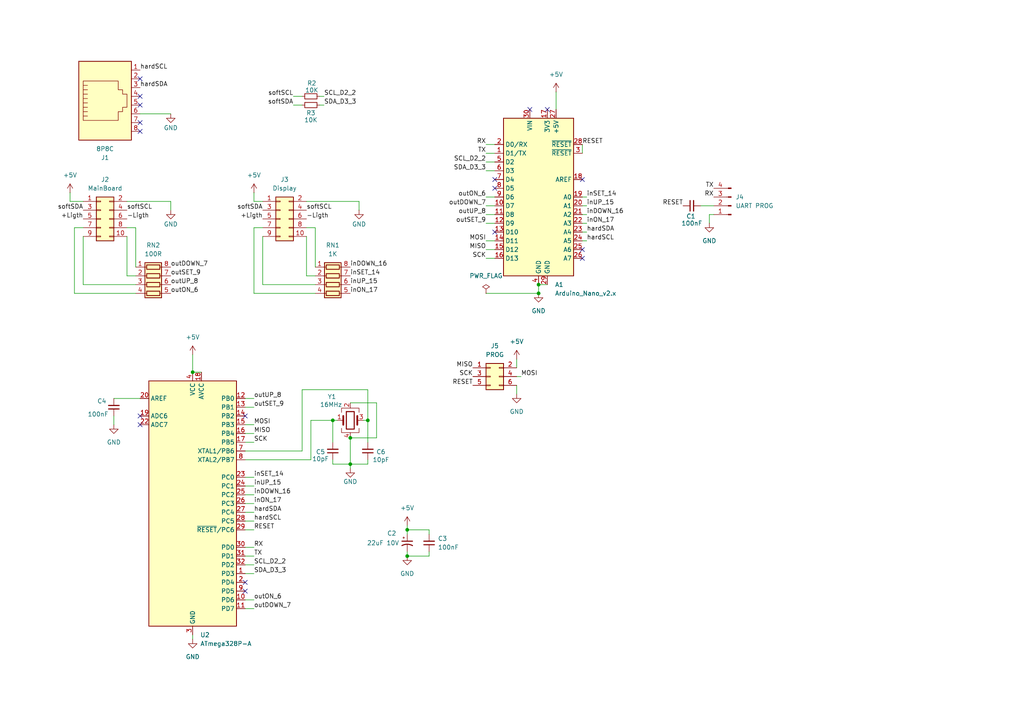
<source format=kicad_sch>
(kicad_sch
	(version 20231120)
	(generator "eeschema")
	(generator_version "8.0")
	(uuid "3c045c68-f009-4eaf-ba27-e74a3074dcf0")
	(paper "A4")
	(lib_symbols
		(symbol "Connector:8P8C"
			(pin_names
				(offset 1.016)
			)
			(exclude_from_sim no)
			(in_bom yes)
			(on_board yes)
			(property "Reference" "J"
				(at -5.08 13.97 0)
				(effects
					(font
						(size 1.27 1.27)
					)
					(justify right)
				)
			)
			(property "Value" "8P8C"
				(at 2.54 13.97 0)
				(effects
					(font
						(size 1.27 1.27)
					)
					(justify left)
				)
			)
			(property "Footprint" ""
				(at 0 0.635 90)
				(effects
					(font
						(size 1.27 1.27)
					)
					(hide yes)
				)
			)
			(property "Datasheet" "~"
				(at 0 0.635 90)
				(effects
					(font
						(size 1.27 1.27)
					)
					(hide yes)
				)
			)
			(property "Description" "RJ connector, 8P8C (8 positions 8 connected), RJ31/RJ32/RJ33/RJ34/RJ35/RJ41/RJ45/RJ49/RJ61"
				(at 0 0 0)
				(effects
					(font
						(size 1.27 1.27)
					)
					(hide yes)
				)
			)
			(property "ki_keywords" "8P8C RJ socket connector"
				(at 0 0 0)
				(effects
					(font
						(size 1.27 1.27)
					)
					(hide yes)
				)
			)
			(property "ki_fp_filters" "8P8C* RJ31* RJ32* RJ33* RJ34* RJ35* RJ41* RJ45* RJ49* RJ61*"
				(at 0 0 0)
				(effects
					(font
						(size 1.27 1.27)
					)
					(hide yes)
				)
			)
			(symbol "8P8C_0_1"
				(polyline
					(pts
						(xy -5.08 4.445) (xy -6.35 4.445)
					)
					(stroke
						(width 0)
						(type default)
					)
					(fill
						(type none)
					)
				)
				(polyline
					(pts
						(xy -5.08 5.715) (xy -6.35 5.715)
					)
					(stroke
						(width 0)
						(type default)
					)
					(fill
						(type none)
					)
				)
				(polyline
					(pts
						(xy -6.35 -3.175) (xy -5.08 -3.175) (xy -5.08 -3.175)
					)
					(stroke
						(width 0)
						(type default)
					)
					(fill
						(type none)
					)
				)
				(polyline
					(pts
						(xy -6.35 -1.905) (xy -5.08 -1.905) (xy -5.08 -1.905)
					)
					(stroke
						(width 0)
						(type default)
					)
					(fill
						(type none)
					)
				)
				(polyline
					(pts
						(xy -6.35 -0.635) (xy -5.08 -0.635) (xy -5.08 -0.635)
					)
					(stroke
						(width 0)
						(type default)
					)
					(fill
						(type none)
					)
				)
				(polyline
					(pts
						(xy -6.35 0.635) (xy -5.08 0.635) (xy -5.08 0.635)
					)
					(stroke
						(width 0)
						(type default)
					)
					(fill
						(type none)
					)
				)
				(polyline
					(pts
						(xy -6.35 1.905) (xy -5.08 1.905) (xy -5.08 1.905)
					)
					(stroke
						(width 0)
						(type default)
					)
					(fill
						(type none)
					)
				)
				(polyline
					(pts
						(xy -5.08 3.175) (xy -6.35 3.175) (xy -6.35 3.175)
					)
					(stroke
						(width 0)
						(type default)
					)
					(fill
						(type none)
					)
				)
				(polyline
					(pts
						(xy -6.35 -4.445) (xy -6.35 6.985) (xy 3.81 6.985) (xy 3.81 4.445) (xy 5.08 4.445) (xy 5.08 3.175)
						(xy 6.35 3.175) (xy 6.35 -0.635) (xy 5.08 -0.635) (xy 5.08 -1.905) (xy 3.81 -1.905) (xy 3.81 -4.445)
						(xy -6.35 -4.445) (xy -6.35 -4.445)
					)
					(stroke
						(width 0)
						(type default)
					)
					(fill
						(type none)
					)
				)
				(rectangle
					(start 7.62 12.7)
					(end -7.62 -10.16)
					(stroke
						(width 0.254)
						(type default)
					)
					(fill
						(type background)
					)
				)
			)
			(symbol "8P8C_1_1"
				(pin passive line
					(at 10.16 -7.62 180)
					(length 2.54)
					(name "~"
						(effects
							(font
								(size 1.27 1.27)
							)
						)
					)
					(number "1"
						(effects
							(font
								(size 1.27 1.27)
							)
						)
					)
				)
				(pin passive line
					(at 10.16 -5.08 180)
					(length 2.54)
					(name "~"
						(effects
							(font
								(size 1.27 1.27)
							)
						)
					)
					(number "2"
						(effects
							(font
								(size 1.27 1.27)
							)
						)
					)
				)
				(pin passive line
					(at 10.16 -2.54 180)
					(length 2.54)
					(name "~"
						(effects
							(font
								(size 1.27 1.27)
							)
						)
					)
					(number "3"
						(effects
							(font
								(size 1.27 1.27)
							)
						)
					)
				)
				(pin passive line
					(at 10.16 0 180)
					(length 2.54)
					(name "~"
						(effects
							(font
								(size 1.27 1.27)
							)
						)
					)
					(number "4"
						(effects
							(font
								(size 1.27 1.27)
							)
						)
					)
				)
				(pin passive line
					(at 10.16 2.54 180)
					(length 2.54)
					(name "~"
						(effects
							(font
								(size 1.27 1.27)
							)
						)
					)
					(number "5"
						(effects
							(font
								(size 1.27 1.27)
							)
						)
					)
				)
				(pin passive line
					(at 10.16 5.08 180)
					(length 2.54)
					(name "~"
						(effects
							(font
								(size 1.27 1.27)
							)
						)
					)
					(number "6"
						(effects
							(font
								(size 1.27 1.27)
							)
						)
					)
				)
				(pin passive line
					(at 10.16 7.62 180)
					(length 2.54)
					(name "~"
						(effects
							(font
								(size 1.27 1.27)
							)
						)
					)
					(number "7"
						(effects
							(font
								(size 1.27 1.27)
							)
						)
					)
				)
				(pin passive line
					(at 10.16 10.16 180)
					(length 2.54)
					(name "~"
						(effects
							(font
								(size 1.27 1.27)
							)
						)
					)
					(number "8"
						(effects
							(font
								(size 1.27 1.27)
							)
						)
					)
				)
			)
		)
		(symbol "Connector:Conn_01x04_Pin"
			(pin_names
				(offset 1.016) hide)
			(exclude_from_sim no)
			(in_bom yes)
			(on_board yes)
			(property "Reference" "J"
				(at 0 5.08 0)
				(effects
					(font
						(size 1.27 1.27)
					)
				)
			)
			(property "Value" "Conn_01x04_Pin"
				(at 0 -7.62 0)
				(effects
					(font
						(size 1.27 1.27)
					)
				)
			)
			(property "Footprint" ""
				(at 0 0 0)
				(effects
					(font
						(size 1.27 1.27)
					)
					(hide yes)
				)
			)
			(property "Datasheet" "~"
				(at 0 0 0)
				(effects
					(font
						(size 1.27 1.27)
					)
					(hide yes)
				)
			)
			(property "Description" "Generic connector, single row, 01x04, script generated"
				(at 0 0 0)
				(effects
					(font
						(size 1.27 1.27)
					)
					(hide yes)
				)
			)
			(property "ki_locked" ""
				(at 0 0 0)
				(effects
					(font
						(size 1.27 1.27)
					)
				)
			)
			(property "ki_keywords" "connector"
				(at 0 0 0)
				(effects
					(font
						(size 1.27 1.27)
					)
					(hide yes)
				)
			)
			(property "ki_fp_filters" "Connector*:*_1x??_*"
				(at 0 0 0)
				(effects
					(font
						(size 1.27 1.27)
					)
					(hide yes)
				)
			)
			(symbol "Conn_01x04_Pin_1_1"
				(polyline
					(pts
						(xy 1.27 -5.08) (xy 0.8636 -5.08)
					)
					(stroke
						(width 0.1524)
						(type default)
					)
					(fill
						(type none)
					)
				)
				(polyline
					(pts
						(xy 1.27 -2.54) (xy 0.8636 -2.54)
					)
					(stroke
						(width 0.1524)
						(type default)
					)
					(fill
						(type none)
					)
				)
				(polyline
					(pts
						(xy 1.27 0) (xy 0.8636 0)
					)
					(stroke
						(width 0.1524)
						(type default)
					)
					(fill
						(type none)
					)
				)
				(polyline
					(pts
						(xy 1.27 2.54) (xy 0.8636 2.54)
					)
					(stroke
						(width 0.1524)
						(type default)
					)
					(fill
						(type none)
					)
				)
				(rectangle
					(start 0.8636 -4.953)
					(end 0 -5.207)
					(stroke
						(width 0.1524)
						(type default)
					)
					(fill
						(type outline)
					)
				)
				(rectangle
					(start 0.8636 -2.413)
					(end 0 -2.667)
					(stroke
						(width 0.1524)
						(type default)
					)
					(fill
						(type outline)
					)
				)
				(rectangle
					(start 0.8636 0.127)
					(end 0 -0.127)
					(stroke
						(width 0.1524)
						(type default)
					)
					(fill
						(type outline)
					)
				)
				(rectangle
					(start 0.8636 2.667)
					(end 0 2.413)
					(stroke
						(width 0.1524)
						(type default)
					)
					(fill
						(type outline)
					)
				)
				(pin passive line
					(at 5.08 2.54 180)
					(length 3.81)
					(name "Pin_1"
						(effects
							(font
								(size 1.27 1.27)
							)
						)
					)
					(number "1"
						(effects
							(font
								(size 1.27 1.27)
							)
						)
					)
				)
				(pin passive line
					(at 5.08 0 180)
					(length 3.81)
					(name "Pin_2"
						(effects
							(font
								(size 1.27 1.27)
							)
						)
					)
					(number "2"
						(effects
							(font
								(size 1.27 1.27)
							)
						)
					)
				)
				(pin passive line
					(at 5.08 -2.54 180)
					(length 3.81)
					(name "Pin_3"
						(effects
							(font
								(size 1.27 1.27)
							)
						)
					)
					(number "3"
						(effects
							(font
								(size 1.27 1.27)
							)
						)
					)
				)
				(pin passive line
					(at 5.08 -5.08 180)
					(length 3.81)
					(name "Pin_4"
						(effects
							(font
								(size 1.27 1.27)
							)
						)
					)
					(number "4"
						(effects
							(font
								(size 1.27 1.27)
							)
						)
					)
				)
			)
		)
		(symbol "Connector_Generic:Conn_02x03_Odd_Even"
			(pin_names
				(offset 1.016) hide)
			(exclude_from_sim no)
			(in_bom yes)
			(on_board yes)
			(property "Reference" "J"
				(at 1.27 5.08 0)
				(effects
					(font
						(size 1.27 1.27)
					)
				)
			)
			(property "Value" "Conn_02x03_Odd_Even"
				(at 1.27 -5.08 0)
				(effects
					(font
						(size 1.27 1.27)
					)
				)
			)
			(property "Footprint" ""
				(at 0 0 0)
				(effects
					(font
						(size 1.27 1.27)
					)
					(hide yes)
				)
			)
			(property "Datasheet" "~"
				(at 0 0 0)
				(effects
					(font
						(size 1.27 1.27)
					)
					(hide yes)
				)
			)
			(property "Description" "Generic connector, double row, 02x03, odd/even pin numbering scheme (row 1 odd numbers, row 2 even numbers), script generated (kicad-library-utils/schlib/autogen/connector/)"
				(at 0 0 0)
				(effects
					(font
						(size 1.27 1.27)
					)
					(hide yes)
				)
			)
			(property "ki_keywords" "connector"
				(at 0 0 0)
				(effects
					(font
						(size 1.27 1.27)
					)
					(hide yes)
				)
			)
			(property "ki_fp_filters" "Connector*:*_2x??_*"
				(at 0 0 0)
				(effects
					(font
						(size 1.27 1.27)
					)
					(hide yes)
				)
			)
			(symbol "Conn_02x03_Odd_Even_1_1"
				(rectangle
					(start -1.27 -2.413)
					(end 0 -2.667)
					(stroke
						(width 0.1524)
						(type default)
					)
					(fill
						(type none)
					)
				)
				(rectangle
					(start -1.27 0.127)
					(end 0 -0.127)
					(stroke
						(width 0.1524)
						(type default)
					)
					(fill
						(type none)
					)
				)
				(rectangle
					(start -1.27 2.667)
					(end 0 2.413)
					(stroke
						(width 0.1524)
						(type default)
					)
					(fill
						(type none)
					)
				)
				(rectangle
					(start -1.27 3.81)
					(end 3.81 -3.81)
					(stroke
						(width 0.254)
						(type default)
					)
					(fill
						(type background)
					)
				)
				(rectangle
					(start 3.81 -2.413)
					(end 2.54 -2.667)
					(stroke
						(width 0.1524)
						(type default)
					)
					(fill
						(type none)
					)
				)
				(rectangle
					(start 3.81 0.127)
					(end 2.54 -0.127)
					(stroke
						(width 0.1524)
						(type default)
					)
					(fill
						(type none)
					)
				)
				(rectangle
					(start 3.81 2.667)
					(end 2.54 2.413)
					(stroke
						(width 0.1524)
						(type default)
					)
					(fill
						(type none)
					)
				)
				(pin passive line
					(at -5.08 2.54 0)
					(length 3.81)
					(name "Pin_1"
						(effects
							(font
								(size 1.27 1.27)
							)
						)
					)
					(number "1"
						(effects
							(font
								(size 1.27 1.27)
							)
						)
					)
				)
				(pin passive line
					(at 7.62 2.54 180)
					(length 3.81)
					(name "Pin_2"
						(effects
							(font
								(size 1.27 1.27)
							)
						)
					)
					(number "2"
						(effects
							(font
								(size 1.27 1.27)
							)
						)
					)
				)
				(pin passive line
					(at -5.08 0 0)
					(length 3.81)
					(name "Pin_3"
						(effects
							(font
								(size 1.27 1.27)
							)
						)
					)
					(number "3"
						(effects
							(font
								(size 1.27 1.27)
							)
						)
					)
				)
				(pin passive line
					(at 7.62 0 180)
					(length 3.81)
					(name "Pin_4"
						(effects
							(font
								(size 1.27 1.27)
							)
						)
					)
					(number "4"
						(effects
							(font
								(size 1.27 1.27)
							)
						)
					)
				)
				(pin passive line
					(at -5.08 -2.54 0)
					(length 3.81)
					(name "Pin_5"
						(effects
							(font
								(size 1.27 1.27)
							)
						)
					)
					(number "5"
						(effects
							(font
								(size 1.27 1.27)
							)
						)
					)
				)
				(pin passive line
					(at 7.62 -2.54 180)
					(length 3.81)
					(name "Pin_6"
						(effects
							(font
								(size 1.27 1.27)
							)
						)
					)
					(number "6"
						(effects
							(font
								(size 1.27 1.27)
							)
						)
					)
				)
			)
		)
		(symbol "Connector_Generic:Conn_02x05_Odd_Even"
			(pin_names
				(offset 1.016) hide)
			(exclude_from_sim no)
			(in_bom yes)
			(on_board yes)
			(property "Reference" "J"
				(at 1.27 7.62 0)
				(effects
					(font
						(size 1.27 1.27)
					)
				)
			)
			(property "Value" "Conn_02x05_Odd_Even"
				(at 1.27 -7.62 0)
				(effects
					(font
						(size 1.27 1.27)
					)
				)
			)
			(property "Footprint" ""
				(at 0 0 0)
				(effects
					(font
						(size 1.27 1.27)
					)
					(hide yes)
				)
			)
			(property "Datasheet" "~"
				(at 0 0 0)
				(effects
					(font
						(size 1.27 1.27)
					)
					(hide yes)
				)
			)
			(property "Description" "Generic connector, double row, 02x05, odd/even pin numbering scheme (row 1 odd numbers, row 2 even numbers), script generated (kicad-library-utils/schlib/autogen/connector/)"
				(at 0 0 0)
				(effects
					(font
						(size 1.27 1.27)
					)
					(hide yes)
				)
			)
			(property "ki_keywords" "connector"
				(at 0 0 0)
				(effects
					(font
						(size 1.27 1.27)
					)
					(hide yes)
				)
			)
			(property "ki_fp_filters" "Connector*:*_2x??_*"
				(at 0 0 0)
				(effects
					(font
						(size 1.27 1.27)
					)
					(hide yes)
				)
			)
			(symbol "Conn_02x05_Odd_Even_1_1"
				(rectangle
					(start -1.27 -4.953)
					(end 0 -5.207)
					(stroke
						(width 0.1524)
						(type default)
					)
					(fill
						(type none)
					)
				)
				(rectangle
					(start -1.27 -2.413)
					(end 0 -2.667)
					(stroke
						(width 0.1524)
						(type default)
					)
					(fill
						(type none)
					)
				)
				(rectangle
					(start -1.27 0.127)
					(end 0 -0.127)
					(stroke
						(width 0.1524)
						(type default)
					)
					(fill
						(type none)
					)
				)
				(rectangle
					(start -1.27 2.667)
					(end 0 2.413)
					(stroke
						(width 0.1524)
						(type default)
					)
					(fill
						(type none)
					)
				)
				(rectangle
					(start -1.27 5.207)
					(end 0 4.953)
					(stroke
						(width 0.1524)
						(type default)
					)
					(fill
						(type none)
					)
				)
				(rectangle
					(start -1.27 6.35)
					(end 3.81 -6.35)
					(stroke
						(width 0.254)
						(type default)
					)
					(fill
						(type background)
					)
				)
				(rectangle
					(start 3.81 -4.953)
					(end 2.54 -5.207)
					(stroke
						(width 0.1524)
						(type default)
					)
					(fill
						(type none)
					)
				)
				(rectangle
					(start 3.81 -2.413)
					(end 2.54 -2.667)
					(stroke
						(width 0.1524)
						(type default)
					)
					(fill
						(type none)
					)
				)
				(rectangle
					(start 3.81 0.127)
					(end 2.54 -0.127)
					(stroke
						(width 0.1524)
						(type default)
					)
					(fill
						(type none)
					)
				)
				(rectangle
					(start 3.81 2.667)
					(end 2.54 2.413)
					(stroke
						(width 0.1524)
						(type default)
					)
					(fill
						(type none)
					)
				)
				(rectangle
					(start 3.81 5.207)
					(end 2.54 4.953)
					(stroke
						(width 0.1524)
						(type default)
					)
					(fill
						(type none)
					)
				)
				(pin passive line
					(at -5.08 5.08 0)
					(length 3.81)
					(name "Pin_1"
						(effects
							(font
								(size 1.27 1.27)
							)
						)
					)
					(number "1"
						(effects
							(font
								(size 1.27 1.27)
							)
						)
					)
				)
				(pin passive line
					(at 7.62 -5.08 180)
					(length 3.81)
					(name "Pin_10"
						(effects
							(font
								(size 1.27 1.27)
							)
						)
					)
					(number "10"
						(effects
							(font
								(size 1.27 1.27)
							)
						)
					)
				)
				(pin passive line
					(at 7.62 5.08 180)
					(length 3.81)
					(name "Pin_2"
						(effects
							(font
								(size 1.27 1.27)
							)
						)
					)
					(number "2"
						(effects
							(font
								(size 1.27 1.27)
							)
						)
					)
				)
				(pin passive line
					(at -5.08 2.54 0)
					(length 3.81)
					(name "Pin_3"
						(effects
							(font
								(size 1.27 1.27)
							)
						)
					)
					(number "3"
						(effects
							(font
								(size 1.27 1.27)
							)
						)
					)
				)
				(pin passive line
					(at 7.62 2.54 180)
					(length 3.81)
					(name "Pin_4"
						(effects
							(font
								(size 1.27 1.27)
							)
						)
					)
					(number "4"
						(effects
							(font
								(size 1.27 1.27)
							)
						)
					)
				)
				(pin passive line
					(at -5.08 0 0)
					(length 3.81)
					(name "Pin_5"
						(effects
							(font
								(size 1.27 1.27)
							)
						)
					)
					(number "5"
						(effects
							(font
								(size 1.27 1.27)
							)
						)
					)
				)
				(pin passive line
					(at 7.62 0 180)
					(length 3.81)
					(name "Pin_6"
						(effects
							(font
								(size 1.27 1.27)
							)
						)
					)
					(number "6"
						(effects
							(font
								(size 1.27 1.27)
							)
						)
					)
				)
				(pin passive line
					(at -5.08 -2.54 0)
					(length 3.81)
					(name "Pin_7"
						(effects
							(font
								(size 1.27 1.27)
							)
						)
					)
					(number "7"
						(effects
							(font
								(size 1.27 1.27)
							)
						)
					)
				)
				(pin passive line
					(at 7.62 -2.54 180)
					(length 3.81)
					(name "Pin_8"
						(effects
							(font
								(size 1.27 1.27)
							)
						)
					)
					(number "8"
						(effects
							(font
								(size 1.27 1.27)
							)
						)
					)
				)
				(pin passive line
					(at -5.08 -5.08 0)
					(length 3.81)
					(name "Pin_9"
						(effects
							(font
								(size 1.27 1.27)
							)
						)
					)
					(number "9"
						(effects
							(font
								(size 1.27 1.27)
							)
						)
					)
				)
			)
		)
		(symbol "Device:C_Polarized_Small_US"
			(pin_numbers hide)
			(pin_names
				(offset 0.254) hide)
			(exclude_from_sim no)
			(in_bom yes)
			(on_board yes)
			(property "Reference" "C"
				(at 0.254 1.778 0)
				(effects
					(font
						(size 1.27 1.27)
					)
					(justify left)
				)
			)
			(property "Value" "C_Polarized_Small_US"
				(at 0.254 -2.032 0)
				(effects
					(font
						(size 1.27 1.27)
					)
					(justify left)
				)
			)
			(property "Footprint" ""
				(at 0 0 0)
				(effects
					(font
						(size 1.27 1.27)
					)
					(hide yes)
				)
			)
			(property "Datasheet" "~"
				(at 0 0 0)
				(effects
					(font
						(size 1.27 1.27)
					)
					(hide yes)
				)
			)
			(property "Description" "Polarized capacitor, small US symbol"
				(at 0 0 0)
				(effects
					(font
						(size 1.27 1.27)
					)
					(hide yes)
				)
			)
			(property "ki_keywords" "cap capacitor"
				(at 0 0 0)
				(effects
					(font
						(size 1.27 1.27)
					)
					(hide yes)
				)
			)
			(property "ki_fp_filters" "CP_*"
				(at 0 0 0)
				(effects
					(font
						(size 1.27 1.27)
					)
					(hide yes)
				)
			)
			(symbol "C_Polarized_Small_US_0_1"
				(polyline
					(pts
						(xy -1.524 0.508) (xy 1.524 0.508)
					)
					(stroke
						(width 0.3048)
						(type default)
					)
					(fill
						(type none)
					)
				)
				(polyline
					(pts
						(xy -1.27 1.524) (xy -0.762 1.524)
					)
					(stroke
						(width 0)
						(type default)
					)
					(fill
						(type none)
					)
				)
				(polyline
					(pts
						(xy -1.016 1.27) (xy -1.016 1.778)
					)
					(stroke
						(width 0)
						(type default)
					)
					(fill
						(type none)
					)
				)
				(arc
					(start 1.524 -0.762)
					(mid 0 -0.3734)
					(end -1.524 -0.762)
					(stroke
						(width 0.3048)
						(type default)
					)
					(fill
						(type none)
					)
				)
			)
			(symbol "C_Polarized_Small_US_1_1"
				(pin passive line
					(at 0 2.54 270)
					(length 2.032)
					(name "~"
						(effects
							(font
								(size 1.27 1.27)
							)
						)
					)
					(number "1"
						(effects
							(font
								(size 1.27 1.27)
							)
						)
					)
				)
				(pin passive line
					(at 0 -2.54 90)
					(length 2.032)
					(name "~"
						(effects
							(font
								(size 1.27 1.27)
							)
						)
					)
					(number "2"
						(effects
							(font
								(size 1.27 1.27)
							)
						)
					)
				)
			)
		)
		(symbol "Device:C_Small"
			(pin_numbers hide)
			(pin_names
				(offset 0.254) hide)
			(exclude_from_sim no)
			(in_bom yes)
			(on_board yes)
			(property "Reference" "C"
				(at 0.254 1.778 0)
				(effects
					(font
						(size 1.27 1.27)
					)
					(justify left)
				)
			)
			(property "Value" "C_Small"
				(at 0.254 -2.032 0)
				(effects
					(font
						(size 1.27 1.27)
					)
					(justify left)
				)
			)
			(property "Footprint" ""
				(at 0 0 0)
				(effects
					(font
						(size 1.27 1.27)
					)
					(hide yes)
				)
			)
			(property "Datasheet" "~"
				(at 0 0 0)
				(effects
					(font
						(size 1.27 1.27)
					)
					(hide yes)
				)
			)
			(property "Description" "Unpolarized capacitor, small symbol"
				(at 0 0 0)
				(effects
					(font
						(size 1.27 1.27)
					)
					(hide yes)
				)
			)
			(property "ki_keywords" "capacitor cap"
				(at 0 0 0)
				(effects
					(font
						(size 1.27 1.27)
					)
					(hide yes)
				)
			)
			(property "ki_fp_filters" "C_*"
				(at 0 0 0)
				(effects
					(font
						(size 1.27 1.27)
					)
					(hide yes)
				)
			)
			(symbol "C_Small_0_1"
				(polyline
					(pts
						(xy -1.524 -0.508) (xy 1.524 -0.508)
					)
					(stroke
						(width 0.3302)
						(type default)
					)
					(fill
						(type none)
					)
				)
				(polyline
					(pts
						(xy -1.524 0.508) (xy 1.524 0.508)
					)
					(stroke
						(width 0.3048)
						(type default)
					)
					(fill
						(type none)
					)
				)
			)
			(symbol "C_Small_1_1"
				(pin passive line
					(at 0 2.54 270)
					(length 2.032)
					(name "~"
						(effects
							(font
								(size 1.27 1.27)
							)
						)
					)
					(number "1"
						(effects
							(font
								(size 1.27 1.27)
							)
						)
					)
				)
				(pin passive line
					(at 0 -2.54 90)
					(length 2.032)
					(name "~"
						(effects
							(font
								(size 1.27 1.27)
							)
						)
					)
					(number "2"
						(effects
							(font
								(size 1.27 1.27)
							)
						)
					)
				)
			)
		)
		(symbol "Device:Crystal_GND24"
			(pin_names
				(offset 1.016) hide)
			(exclude_from_sim no)
			(in_bom yes)
			(on_board yes)
			(property "Reference" "Y"
				(at 3.175 5.08 0)
				(effects
					(font
						(size 1.27 1.27)
					)
					(justify left)
				)
			)
			(property "Value" "Crystal_GND24"
				(at 3.175 3.175 0)
				(effects
					(font
						(size 1.27 1.27)
					)
					(justify left)
				)
			)
			(property "Footprint" ""
				(at 0 0 0)
				(effects
					(font
						(size 1.27 1.27)
					)
					(hide yes)
				)
			)
			(property "Datasheet" "~"
				(at 0 0 0)
				(effects
					(font
						(size 1.27 1.27)
					)
					(hide yes)
				)
			)
			(property "Description" "Four pin crystal, GND on pins 2 and 4"
				(at 0 0 0)
				(effects
					(font
						(size 1.27 1.27)
					)
					(hide yes)
				)
			)
			(property "ki_keywords" "quartz ceramic resonator oscillator"
				(at 0 0 0)
				(effects
					(font
						(size 1.27 1.27)
					)
					(hide yes)
				)
			)
			(property "ki_fp_filters" "Crystal*"
				(at 0 0 0)
				(effects
					(font
						(size 1.27 1.27)
					)
					(hide yes)
				)
			)
			(symbol "Crystal_GND24_0_1"
				(rectangle
					(start -1.143 2.54)
					(end 1.143 -2.54)
					(stroke
						(width 0.3048)
						(type default)
					)
					(fill
						(type none)
					)
				)
				(polyline
					(pts
						(xy -2.54 0) (xy -2.032 0)
					)
					(stroke
						(width 0)
						(type default)
					)
					(fill
						(type none)
					)
				)
				(polyline
					(pts
						(xy -2.032 -1.27) (xy -2.032 1.27)
					)
					(stroke
						(width 0.508)
						(type default)
					)
					(fill
						(type none)
					)
				)
				(polyline
					(pts
						(xy 0 -3.81) (xy 0 -3.556)
					)
					(stroke
						(width 0)
						(type default)
					)
					(fill
						(type none)
					)
				)
				(polyline
					(pts
						(xy 0 3.556) (xy 0 3.81)
					)
					(stroke
						(width 0)
						(type default)
					)
					(fill
						(type none)
					)
				)
				(polyline
					(pts
						(xy 2.032 -1.27) (xy 2.032 1.27)
					)
					(stroke
						(width 0.508)
						(type default)
					)
					(fill
						(type none)
					)
				)
				(polyline
					(pts
						(xy 2.032 0) (xy 2.54 0)
					)
					(stroke
						(width 0)
						(type default)
					)
					(fill
						(type none)
					)
				)
				(polyline
					(pts
						(xy -2.54 -2.286) (xy -2.54 -3.556) (xy 2.54 -3.556) (xy 2.54 -2.286)
					)
					(stroke
						(width 0)
						(type default)
					)
					(fill
						(type none)
					)
				)
				(polyline
					(pts
						(xy -2.54 2.286) (xy -2.54 3.556) (xy 2.54 3.556) (xy 2.54 2.286)
					)
					(stroke
						(width 0)
						(type default)
					)
					(fill
						(type none)
					)
				)
			)
			(symbol "Crystal_GND24_1_1"
				(pin passive line
					(at -3.81 0 0)
					(length 1.27)
					(name "1"
						(effects
							(font
								(size 1.27 1.27)
							)
						)
					)
					(number "1"
						(effects
							(font
								(size 1.27 1.27)
							)
						)
					)
				)
				(pin passive line
					(at 0 5.08 270)
					(length 1.27)
					(name "2"
						(effects
							(font
								(size 1.27 1.27)
							)
						)
					)
					(number "2"
						(effects
							(font
								(size 1.27 1.27)
							)
						)
					)
				)
				(pin passive line
					(at 3.81 0 180)
					(length 1.27)
					(name "3"
						(effects
							(font
								(size 1.27 1.27)
							)
						)
					)
					(number "3"
						(effects
							(font
								(size 1.27 1.27)
							)
						)
					)
				)
				(pin passive line
					(at 0 -5.08 90)
					(length 1.27)
					(name "4"
						(effects
							(font
								(size 1.27 1.27)
							)
						)
					)
					(number "4"
						(effects
							(font
								(size 1.27 1.27)
							)
						)
					)
				)
			)
		)
		(symbol "Device:R_Pack04"
			(pin_names
				(offset 0) hide)
			(exclude_from_sim no)
			(in_bom yes)
			(on_board yes)
			(property "Reference" "RN"
				(at -7.62 0 90)
				(effects
					(font
						(size 1.27 1.27)
					)
				)
			)
			(property "Value" "R_Pack04"
				(at 5.08 0 90)
				(effects
					(font
						(size 1.27 1.27)
					)
				)
			)
			(property "Footprint" ""
				(at 6.985 0 90)
				(effects
					(font
						(size 1.27 1.27)
					)
					(hide yes)
				)
			)
			(property "Datasheet" "~"
				(at 0 0 0)
				(effects
					(font
						(size 1.27 1.27)
					)
					(hide yes)
				)
			)
			(property "Description" "4 resistor network, parallel topology"
				(at 0 0 0)
				(effects
					(font
						(size 1.27 1.27)
					)
					(hide yes)
				)
			)
			(property "ki_keywords" "R network parallel topology isolated"
				(at 0 0 0)
				(effects
					(font
						(size 1.27 1.27)
					)
					(hide yes)
				)
			)
			(property "ki_fp_filters" "DIP* SOIC* R*Array*Concave* R*Array*Convex* MSOP*"
				(at 0 0 0)
				(effects
					(font
						(size 1.27 1.27)
					)
					(hide yes)
				)
			)
			(symbol "R_Pack04_0_1"
				(rectangle
					(start -6.35 -2.413)
					(end 3.81 2.413)
					(stroke
						(width 0.254)
						(type default)
					)
					(fill
						(type background)
					)
				)
				(rectangle
					(start -5.715 1.905)
					(end -4.445 -1.905)
					(stroke
						(width 0.254)
						(type default)
					)
					(fill
						(type none)
					)
				)
				(rectangle
					(start -3.175 1.905)
					(end -1.905 -1.905)
					(stroke
						(width 0.254)
						(type default)
					)
					(fill
						(type none)
					)
				)
				(rectangle
					(start -0.635 1.905)
					(end 0.635 -1.905)
					(stroke
						(width 0.254)
						(type default)
					)
					(fill
						(type none)
					)
				)
				(polyline
					(pts
						(xy -5.08 -2.54) (xy -5.08 -1.905)
					)
					(stroke
						(width 0)
						(type default)
					)
					(fill
						(type none)
					)
				)
				(polyline
					(pts
						(xy -5.08 1.905) (xy -5.08 2.54)
					)
					(stroke
						(width 0)
						(type default)
					)
					(fill
						(type none)
					)
				)
				(polyline
					(pts
						(xy -2.54 -2.54) (xy -2.54 -1.905)
					)
					(stroke
						(width 0)
						(type default)
					)
					(fill
						(type none)
					)
				)
				(polyline
					(pts
						(xy -2.54 1.905) (xy -2.54 2.54)
					)
					(stroke
						(width 0)
						(type default)
					)
					(fill
						(type none)
					)
				)
				(polyline
					(pts
						(xy 0 -2.54) (xy 0 -1.905)
					)
					(stroke
						(width 0)
						(type default)
					)
					(fill
						(type none)
					)
				)
				(polyline
					(pts
						(xy 0 1.905) (xy 0 2.54)
					)
					(stroke
						(width 0)
						(type default)
					)
					(fill
						(type none)
					)
				)
				(polyline
					(pts
						(xy 2.54 -2.54) (xy 2.54 -1.905)
					)
					(stroke
						(width 0)
						(type default)
					)
					(fill
						(type none)
					)
				)
				(polyline
					(pts
						(xy 2.54 1.905) (xy 2.54 2.54)
					)
					(stroke
						(width 0)
						(type default)
					)
					(fill
						(type none)
					)
				)
				(rectangle
					(start 1.905 1.905)
					(end 3.175 -1.905)
					(stroke
						(width 0.254)
						(type default)
					)
					(fill
						(type none)
					)
				)
			)
			(symbol "R_Pack04_1_1"
				(pin passive line
					(at -5.08 -5.08 90)
					(length 2.54)
					(name "R1.1"
						(effects
							(font
								(size 1.27 1.27)
							)
						)
					)
					(number "1"
						(effects
							(font
								(size 1.27 1.27)
							)
						)
					)
				)
				(pin passive line
					(at -2.54 -5.08 90)
					(length 2.54)
					(name "R2.1"
						(effects
							(font
								(size 1.27 1.27)
							)
						)
					)
					(number "2"
						(effects
							(font
								(size 1.27 1.27)
							)
						)
					)
				)
				(pin passive line
					(at 0 -5.08 90)
					(length 2.54)
					(name "R3.1"
						(effects
							(font
								(size 1.27 1.27)
							)
						)
					)
					(number "3"
						(effects
							(font
								(size 1.27 1.27)
							)
						)
					)
				)
				(pin passive line
					(at 2.54 -5.08 90)
					(length 2.54)
					(name "R4.1"
						(effects
							(font
								(size 1.27 1.27)
							)
						)
					)
					(number "4"
						(effects
							(font
								(size 1.27 1.27)
							)
						)
					)
				)
				(pin passive line
					(at 2.54 5.08 270)
					(length 2.54)
					(name "R4.2"
						(effects
							(font
								(size 1.27 1.27)
							)
						)
					)
					(number "5"
						(effects
							(font
								(size 1.27 1.27)
							)
						)
					)
				)
				(pin passive line
					(at 0 5.08 270)
					(length 2.54)
					(name "R3.2"
						(effects
							(font
								(size 1.27 1.27)
							)
						)
					)
					(number "6"
						(effects
							(font
								(size 1.27 1.27)
							)
						)
					)
				)
				(pin passive line
					(at -2.54 5.08 270)
					(length 2.54)
					(name "R2.2"
						(effects
							(font
								(size 1.27 1.27)
							)
						)
					)
					(number "7"
						(effects
							(font
								(size 1.27 1.27)
							)
						)
					)
				)
				(pin passive line
					(at -5.08 5.08 270)
					(length 2.54)
					(name "R1.2"
						(effects
							(font
								(size 1.27 1.27)
							)
						)
					)
					(number "8"
						(effects
							(font
								(size 1.27 1.27)
							)
						)
					)
				)
			)
		)
		(symbol "Device:R_Small"
			(pin_numbers hide)
			(pin_names
				(offset 0.254) hide)
			(exclude_from_sim no)
			(in_bom yes)
			(on_board yes)
			(property "Reference" "R"
				(at 0.762 0.508 0)
				(effects
					(font
						(size 1.27 1.27)
					)
					(justify left)
				)
			)
			(property "Value" "R_Small"
				(at 0.762 -1.016 0)
				(effects
					(font
						(size 1.27 1.27)
					)
					(justify left)
				)
			)
			(property "Footprint" ""
				(at 0 0 0)
				(effects
					(font
						(size 1.27 1.27)
					)
					(hide yes)
				)
			)
			(property "Datasheet" "~"
				(at 0 0 0)
				(effects
					(font
						(size 1.27 1.27)
					)
					(hide yes)
				)
			)
			(property "Description" "Resistor, small symbol"
				(at 0 0 0)
				(effects
					(font
						(size 1.27 1.27)
					)
					(hide yes)
				)
			)
			(property "ki_keywords" "R resistor"
				(at 0 0 0)
				(effects
					(font
						(size 1.27 1.27)
					)
					(hide yes)
				)
			)
			(property "ki_fp_filters" "R_*"
				(at 0 0 0)
				(effects
					(font
						(size 1.27 1.27)
					)
					(hide yes)
				)
			)
			(symbol "R_Small_0_1"
				(rectangle
					(start -0.762 1.778)
					(end 0.762 -1.778)
					(stroke
						(width 0.2032)
						(type default)
					)
					(fill
						(type none)
					)
				)
			)
			(symbol "R_Small_1_1"
				(pin passive line
					(at 0 2.54 270)
					(length 0.762)
					(name "~"
						(effects
							(font
								(size 1.27 1.27)
							)
						)
					)
					(number "1"
						(effects
							(font
								(size 1.27 1.27)
							)
						)
					)
				)
				(pin passive line
					(at 0 -2.54 90)
					(length 0.762)
					(name "~"
						(effects
							(font
								(size 1.27 1.27)
							)
						)
					)
					(number "2"
						(effects
							(font
								(size 1.27 1.27)
							)
						)
					)
				)
			)
		)
		(symbol "MCU_Microchip_ATmega:ATmega328P-A"
			(exclude_from_sim no)
			(in_bom yes)
			(on_board yes)
			(property "Reference" "U"
				(at -12.7 36.83 0)
				(effects
					(font
						(size 1.27 1.27)
					)
					(justify left bottom)
				)
			)
			(property "Value" "ATmega328P-A"
				(at 2.54 -36.83 0)
				(effects
					(font
						(size 1.27 1.27)
					)
					(justify left top)
				)
			)
			(property "Footprint" "Package_QFP:TQFP-32_7x7mm_P0.8mm"
				(at 0 0 0)
				(effects
					(font
						(size 1.27 1.27)
						(italic yes)
					)
					(hide yes)
				)
			)
			(property "Datasheet" "http://ww1.microchip.com/downloads/en/DeviceDoc/ATmega328_P%20AVR%20MCU%20with%20picoPower%20Technology%20Data%20Sheet%2040001984A.pdf"
				(at 0 0 0)
				(effects
					(font
						(size 1.27 1.27)
					)
					(hide yes)
				)
			)
			(property "Description" "20MHz, 32kB Flash, 2kB SRAM, 1kB EEPROM, TQFP-32"
				(at 0 0 0)
				(effects
					(font
						(size 1.27 1.27)
					)
					(hide yes)
				)
			)
			(property "ki_keywords" "AVR 8bit Microcontroller MegaAVR PicoPower"
				(at 0 0 0)
				(effects
					(font
						(size 1.27 1.27)
					)
					(hide yes)
				)
			)
			(property "ki_fp_filters" "TQFP*7x7mm*P0.8mm*"
				(at 0 0 0)
				(effects
					(font
						(size 1.27 1.27)
					)
					(hide yes)
				)
			)
			(symbol "ATmega328P-A_0_1"
				(rectangle
					(start -12.7 -35.56)
					(end 12.7 35.56)
					(stroke
						(width 0.254)
						(type default)
					)
					(fill
						(type background)
					)
				)
			)
			(symbol "ATmega328P-A_1_1"
				(pin bidirectional line
					(at 15.24 -20.32 180)
					(length 2.54)
					(name "PD3"
						(effects
							(font
								(size 1.27 1.27)
							)
						)
					)
					(number "1"
						(effects
							(font
								(size 1.27 1.27)
							)
						)
					)
				)
				(pin bidirectional line
					(at 15.24 -27.94 180)
					(length 2.54)
					(name "PD6"
						(effects
							(font
								(size 1.27 1.27)
							)
						)
					)
					(number "10"
						(effects
							(font
								(size 1.27 1.27)
							)
						)
					)
				)
				(pin bidirectional line
					(at 15.24 -30.48 180)
					(length 2.54)
					(name "PD7"
						(effects
							(font
								(size 1.27 1.27)
							)
						)
					)
					(number "11"
						(effects
							(font
								(size 1.27 1.27)
							)
						)
					)
				)
				(pin bidirectional line
					(at 15.24 30.48 180)
					(length 2.54)
					(name "PB0"
						(effects
							(font
								(size 1.27 1.27)
							)
						)
					)
					(number "12"
						(effects
							(font
								(size 1.27 1.27)
							)
						)
					)
				)
				(pin bidirectional line
					(at 15.24 27.94 180)
					(length 2.54)
					(name "PB1"
						(effects
							(font
								(size 1.27 1.27)
							)
						)
					)
					(number "13"
						(effects
							(font
								(size 1.27 1.27)
							)
						)
					)
				)
				(pin bidirectional line
					(at 15.24 25.4 180)
					(length 2.54)
					(name "PB2"
						(effects
							(font
								(size 1.27 1.27)
							)
						)
					)
					(number "14"
						(effects
							(font
								(size 1.27 1.27)
							)
						)
					)
				)
				(pin bidirectional line
					(at 15.24 22.86 180)
					(length 2.54)
					(name "PB3"
						(effects
							(font
								(size 1.27 1.27)
							)
						)
					)
					(number "15"
						(effects
							(font
								(size 1.27 1.27)
							)
						)
					)
				)
				(pin bidirectional line
					(at 15.24 20.32 180)
					(length 2.54)
					(name "PB4"
						(effects
							(font
								(size 1.27 1.27)
							)
						)
					)
					(number "16"
						(effects
							(font
								(size 1.27 1.27)
							)
						)
					)
				)
				(pin bidirectional line
					(at 15.24 17.78 180)
					(length 2.54)
					(name "PB5"
						(effects
							(font
								(size 1.27 1.27)
							)
						)
					)
					(number "17"
						(effects
							(font
								(size 1.27 1.27)
							)
						)
					)
				)
				(pin power_in line
					(at 2.54 38.1 270)
					(length 2.54)
					(name "AVCC"
						(effects
							(font
								(size 1.27 1.27)
							)
						)
					)
					(number "18"
						(effects
							(font
								(size 1.27 1.27)
							)
						)
					)
				)
				(pin input line
					(at -15.24 25.4 0)
					(length 2.54)
					(name "ADC6"
						(effects
							(font
								(size 1.27 1.27)
							)
						)
					)
					(number "19"
						(effects
							(font
								(size 1.27 1.27)
							)
						)
					)
				)
				(pin bidirectional line
					(at 15.24 -22.86 180)
					(length 2.54)
					(name "PD4"
						(effects
							(font
								(size 1.27 1.27)
							)
						)
					)
					(number "2"
						(effects
							(font
								(size 1.27 1.27)
							)
						)
					)
				)
				(pin passive line
					(at -15.24 30.48 0)
					(length 2.54)
					(name "AREF"
						(effects
							(font
								(size 1.27 1.27)
							)
						)
					)
					(number "20"
						(effects
							(font
								(size 1.27 1.27)
							)
						)
					)
				)
				(pin passive line
					(at 0 -38.1 90)
					(length 2.54) hide
					(name "GND"
						(effects
							(font
								(size 1.27 1.27)
							)
						)
					)
					(number "21"
						(effects
							(font
								(size 1.27 1.27)
							)
						)
					)
				)
				(pin input line
					(at -15.24 22.86 0)
					(length 2.54)
					(name "ADC7"
						(effects
							(font
								(size 1.27 1.27)
							)
						)
					)
					(number "22"
						(effects
							(font
								(size 1.27 1.27)
							)
						)
					)
				)
				(pin bidirectional line
					(at 15.24 7.62 180)
					(length 2.54)
					(name "PC0"
						(effects
							(font
								(size 1.27 1.27)
							)
						)
					)
					(number "23"
						(effects
							(font
								(size 1.27 1.27)
							)
						)
					)
				)
				(pin bidirectional line
					(at 15.24 5.08 180)
					(length 2.54)
					(name "PC1"
						(effects
							(font
								(size 1.27 1.27)
							)
						)
					)
					(number "24"
						(effects
							(font
								(size 1.27 1.27)
							)
						)
					)
				)
				(pin bidirectional line
					(at 15.24 2.54 180)
					(length 2.54)
					(name "PC2"
						(effects
							(font
								(size 1.27 1.27)
							)
						)
					)
					(number "25"
						(effects
							(font
								(size 1.27 1.27)
							)
						)
					)
				)
				(pin bidirectional line
					(at 15.24 0 180)
					(length 2.54)
					(name "PC3"
						(effects
							(font
								(size 1.27 1.27)
							)
						)
					)
					(number "26"
						(effects
							(font
								(size 1.27 1.27)
							)
						)
					)
				)
				(pin bidirectional line
					(at 15.24 -2.54 180)
					(length 2.54)
					(name "PC4"
						(effects
							(font
								(size 1.27 1.27)
							)
						)
					)
					(number "27"
						(effects
							(font
								(size 1.27 1.27)
							)
						)
					)
				)
				(pin bidirectional line
					(at 15.24 -5.08 180)
					(length 2.54)
					(name "PC5"
						(effects
							(font
								(size 1.27 1.27)
							)
						)
					)
					(number "28"
						(effects
							(font
								(size 1.27 1.27)
							)
						)
					)
				)
				(pin bidirectional line
					(at 15.24 -7.62 180)
					(length 2.54)
					(name "~{RESET}/PC6"
						(effects
							(font
								(size 1.27 1.27)
							)
						)
					)
					(number "29"
						(effects
							(font
								(size 1.27 1.27)
							)
						)
					)
				)
				(pin power_in line
					(at 0 -38.1 90)
					(length 2.54)
					(name "GND"
						(effects
							(font
								(size 1.27 1.27)
							)
						)
					)
					(number "3"
						(effects
							(font
								(size 1.27 1.27)
							)
						)
					)
				)
				(pin bidirectional line
					(at 15.24 -12.7 180)
					(length 2.54)
					(name "PD0"
						(effects
							(font
								(size 1.27 1.27)
							)
						)
					)
					(number "30"
						(effects
							(font
								(size 1.27 1.27)
							)
						)
					)
				)
				(pin bidirectional line
					(at 15.24 -15.24 180)
					(length 2.54)
					(name "PD1"
						(effects
							(font
								(size 1.27 1.27)
							)
						)
					)
					(number "31"
						(effects
							(font
								(size 1.27 1.27)
							)
						)
					)
				)
				(pin bidirectional line
					(at 15.24 -17.78 180)
					(length 2.54)
					(name "PD2"
						(effects
							(font
								(size 1.27 1.27)
							)
						)
					)
					(number "32"
						(effects
							(font
								(size 1.27 1.27)
							)
						)
					)
				)
				(pin power_in line
					(at 0 38.1 270)
					(length 2.54)
					(name "VCC"
						(effects
							(font
								(size 1.27 1.27)
							)
						)
					)
					(number "4"
						(effects
							(font
								(size 1.27 1.27)
							)
						)
					)
				)
				(pin passive line
					(at 0 -38.1 90)
					(length 2.54) hide
					(name "GND"
						(effects
							(font
								(size 1.27 1.27)
							)
						)
					)
					(number "5"
						(effects
							(font
								(size 1.27 1.27)
							)
						)
					)
				)
				(pin passive line
					(at 0 38.1 270)
					(length 2.54) hide
					(name "VCC"
						(effects
							(font
								(size 1.27 1.27)
							)
						)
					)
					(number "6"
						(effects
							(font
								(size 1.27 1.27)
							)
						)
					)
				)
				(pin bidirectional line
					(at 15.24 15.24 180)
					(length 2.54)
					(name "XTAL1/PB6"
						(effects
							(font
								(size 1.27 1.27)
							)
						)
					)
					(number "7"
						(effects
							(font
								(size 1.27 1.27)
							)
						)
					)
				)
				(pin bidirectional line
					(at 15.24 12.7 180)
					(length 2.54)
					(name "XTAL2/PB7"
						(effects
							(font
								(size 1.27 1.27)
							)
						)
					)
					(number "8"
						(effects
							(font
								(size 1.27 1.27)
							)
						)
					)
				)
				(pin bidirectional line
					(at 15.24 -25.4 180)
					(length 2.54)
					(name "PD5"
						(effects
							(font
								(size 1.27 1.27)
							)
						)
					)
					(number "9"
						(effects
							(font
								(size 1.27 1.27)
							)
						)
					)
				)
			)
		)
		(symbol "MCU_Module:Arduino_Nano_v2.x"
			(exclude_from_sim no)
			(in_bom yes)
			(on_board yes)
			(property "Reference" "A"
				(at -10.16 23.495 0)
				(effects
					(font
						(size 1.27 1.27)
					)
					(justify left bottom)
				)
			)
			(property "Value" "Arduino_Nano_v2.x"
				(at 5.08 -24.13 0)
				(effects
					(font
						(size 1.27 1.27)
					)
					(justify left top)
				)
			)
			(property "Footprint" "Module:Arduino_Nano"
				(at 0 0 0)
				(effects
					(font
						(size 1.27 1.27)
						(italic yes)
					)
					(hide yes)
				)
			)
			(property "Datasheet" "https://www.arduino.cc/en/uploads/Main/ArduinoNanoManual23.pdf"
				(at 0 0 0)
				(effects
					(font
						(size 1.27 1.27)
					)
					(hide yes)
				)
			)
			(property "Description" "Arduino Nano v2.x"
				(at 0 0 0)
				(effects
					(font
						(size 1.27 1.27)
					)
					(hide yes)
				)
			)
			(property "ki_keywords" "Arduino nano microcontroller module USB"
				(at 0 0 0)
				(effects
					(font
						(size 1.27 1.27)
					)
					(hide yes)
				)
			)
			(property "ki_fp_filters" "Arduino*Nano*"
				(at 0 0 0)
				(effects
					(font
						(size 1.27 1.27)
					)
					(hide yes)
				)
			)
			(symbol "Arduino_Nano_v2.x_0_1"
				(rectangle
					(start -10.16 22.86)
					(end 10.16 -22.86)
					(stroke
						(width 0.254)
						(type default)
					)
					(fill
						(type background)
					)
				)
			)
			(symbol "Arduino_Nano_v2.x_1_1"
				(pin bidirectional line
					(at -12.7 12.7 0)
					(length 2.54)
					(name "D1/TX"
						(effects
							(font
								(size 1.27 1.27)
							)
						)
					)
					(number "1"
						(effects
							(font
								(size 1.27 1.27)
							)
						)
					)
				)
				(pin bidirectional line
					(at -12.7 -2.54 0)
					(length 2.54)
					(name "D7"
						(effects
							(font
								(size 1.27 1.27)
							)
						)
					)
					(number "10"
						(effects
							(font
								(size 1.27 1.27)
							)
						)
					)
				)
				(pin bidirectional line
					(at -12.7 -5.08 0)
					(length 2.54)
					(name "D8"
						(effects
							(font
								(size 1.27 1.27)
							)
						)
					)
					(number "11"
						(effects
							(font
								(size 1.27 1.27)
							)
						)
					)
				)
				(pin bidirectional line
					(at -12.7 -7.62 0)
					(length 2.54)
					(name "D9"
						(effects
							(font
								(size 1.27 1.27)
							)
						)
					)
					(number "12"
						(effects
							(font
								(size 1.27 1.27)
							)
						)
					)
				)
				(pin bidirectional line
					(at -12.7 -10.16 0)
					(length 2.54)
					(name "D10"
						(effects
							(font
								(size 1.27 1.27)
							)
						)
					)
					(number "13"
						(effects
							(font
								(size 1.27 1.27)
							)
						)
					)
				)
				(pin bidirectional line
					(at -12.7 -12.7 0)
					(length 2.54)
					(name "D11"
						(effects
							(font
								(size 1.27 1.27)
							)
						)
					)
					(number "14"
						(effects
							(font
								(size 1.27 1.27)
							)
						)
					)
				)
				(pin bidirectional line
					(at -12.7 -15.24 0)
					(length 2.54)
					(name "D12"
						(effects
							(font
								(size 1.27 1.27)
							)
						)
					)
					(number "15"
						(effects
							(font
								(size 1.27 1.27)
							)
						)
					)
				)
				(pin bidirectional line
					(at -12.7 -17.78 0)
					(length 2.54)
					(name "D13"
						(effects
							(font
								(size 1.27 1.27)
							)
						)
					)
					(number "16"
						(effects
							(font
								(size 1.27 1.27)
							)
						)
					)
				)
				(pin power_out line
					(at 2.54 25.4 270)
					(length 2.54)
					(name "3V3"
						(effects
							(font
								(size 1.27 1.27)
							)
						)
					)
					(number "17"
						(effects
							(font
								(size 1.27 1.27)
							)
						)
					)
				)
				(pin input line
					(at 12.7 5.08 180)
					(length 2.54)
					(name "AREF"
						(effects
							(font
								(size 1.27 1.27)
							)
						)
					)
					(number "18"
						(effects
							(font
								(size 1.27 1.27)
							)
						)
					)
				)
				(pin bidirectional line
					(at 12.7 0 180)
					(length 2.54)
					(name "A0"
						(effects
							(font
								(size 1.27 1.27)
							)
						)
					)
					(number "19"
						(effects
							(font
								(size 1.27 1.27)
							)
						)
					)
				)
				(pin bidirectional line
					(at -12.7 15.24 0)
					(length 2.54)
					(name "D0/RX"
						(effects
							(font
								(size 1.27 1.27)
							)
						)
					)
					(number "2"
						(effects
							(font
								(size 1.27 1.27)
							)
						)
					)
				)
				(pin bidirectional line
					(at 12.7 -2.54 180)
					(length 2.54)
					(name "A1"
						(effects
							(font
								(size 1.27 1.27)
							)
						)
					)
					(number "20"
						(effects
							(font
								(size 1.27 1.27)
							)
						)
					)
				)
				(pin bidirectional line
					(at 12.7 -5.08 180)
					(length 2.54)
					(name "A2"
						(effects
							(font
								(size 1.27 1.27)
							)
						)
					)
					(number "21"
						(effects
							(font
								(size 1.27 1.27)
							)
						)
					)
				)
				(pin bidirectional line
					(at 12.7 -7.62 180)
					(length 2.54)
					(name "A3"
						(effects
							(font
								(size 1.27 1.27)
							)
						)
					)
					(number "22"
						(effects
							(font
								(size 1.27 1.27)
							)
						)
					)
				)
				(pin bidirectional line
					(at 12.7 -10.16 180)
					(length 2.54)
					(name "A4"
						(effects
							(font
								(size 1.27 1.27)
							)
						)
					)
					(number "23"
						(effects
							(font
								(size 1.27 1.27)
							)
						)
					)
				)
				(pin bidirectional line
					(at 12.7 -12.7 180)
					(length 2.54)
					(name "A5"
						(effects
							(font
								(size 1.27 1.27)
							)
						)
					)
					(number "24"
						(effects
							(font
								(size 1.27 1.27)
							)
						)
					)
				)
				(pin bidirectional line
					(at 12.7 -15.24 180)
					(length 2.54)
					(name "A6"
						(effects
							(font
								(size 1.27 1.27)
							)
						)
					)
					(number "25"
						(effects
							(font
								(size 1.27 1.27)
							)
						)
					)
				)
				(pin bidirectional line
					(at 12.7 -17.78 180)
					(length 2.54)
					(name "A7"
						(effects
							(font
								(size 1.27 1.27)
							)
						)
					)
					(number "26"
						(effects
							(font
								(size 1.27 1.27)
							)
						)
					)
				)
				(pin power_out line
					(at 5.08 25.4 270)
					(length 2.54)
					(name "+5V"
						(effects
							(font
								(size 1.27 1.27)
							)
						)
					)
					(number "27"
						(effects
							(font
								(size 1.27 1.27)
							)
						)
					)
				)
				(pin input line
					(at 12.7 15.24 180)
					(length 2.54)
					(name "~{RESET}"
						(effects
							(font
								(size 1.27 1.27)
							)
						)
					)
					(number "28"
						(effects
							(font
								(size 1.27 1.27)
							)
						)
					)
				)
				(pin power_in line
					(at 2.54 -25.4 90)
					(length 2.54)
					(name "GND"
						(effects
							(font
								(size 1.27 1.27)
							)
						)
					)
					(number "29"
						(effects
							(font
								(size 1.27 1.27)
							)
						)
					)
				)
				(pin input line
					(at 12.7 12.7 180)
					(length 2.54)
					(name "~{RESET}"
						(effects
							(font
								(size 1.27 1.27)
							)
						)
					)
					(number "3"
						(effects
							(font
								(size 1.27 1.27)
							)
						)
					)
				)
				(pin power_in line
					(at -2.54 25.4 270)
					(length 2.54)
					(name "VIN"
						(effects
							(font
								(size 1.27 1.27)
							)
						)
					)
					(number "30"
						(effects
							(font
								(size 1.27 1.27)
							)
						)
					)
				)
				(pin power_in line
					(at 0 -25.4 90)
					(length 2.54)
					(name "GND"
						(effects
							(font
								(size 1.27 1.27)
							)
						)
					)
					(number "4"
						(effects
							(font
								(size 1.27 1.27)
							)
						)
					)
				)
				(pin bidirectional line
					(at -12.7 10.16 0)
					(length 2.54)
					(name "D2"
						(effects
							(font
								(size 1.27 1.27)
							)
						)
					)
					(number "5"
						(effects
							(font
								(size 1.27 1.27)
							)
						)
					)
				)
				(pin bidirectional line
					(at -12.7 7.62 0)
					(length 2.54)
					(name "D3"
						(effects
							(font
								(size 1.27 1.27)
							)
						)
					)
					(number "6"
						(effects
							(font
								(size 1.27 1.27)
							)
						)
					)
				)
				(pin bidirectional line
					(at -12.7 5.08 0)
					(length 2.54)
					(name "D4"
						(effects
							(font
								(size 1.27 1.27)
							)
						)
					)
					(number "7"
						(effects
							(font
								(size 1.27 1.27)
							)
						)
					)
				)
				(pin bidirectional line
					(at -12.7 2.54 0)
					(length 2.54)
					(name "D5"
						(effects
							(font
								(size 1.27 1.27)
							)
						)
					)
					(number "8"
						(effects
							(font
								(size 1.27 1.27)
							)
						)
					)
				)
				(pin bidirectional line
					(at -12.7 0 0)
					(length 2.54)
					(name "D6"
						(effects
							(font
								(size 1.27 1.27)
							)
						)
					)
					(number "9"
						(effects
							(font
								(size 1.27 1.27)
							)
						)
					)
				)
			)
		)
		(symbol "power:+5V"
			(power)
			(pin_numbers hide)
			(pin_names
				(offset 0) hide)
			(exclude_from_sim no)
			(in_bom yes)
			(on_board yes)
			(property "Reference" "#PWR"
				(at 0 -3.81 0)
				(effects
					(font
						(size 1.27 1.27)
					)
					(hide yes)
				)
			)
			(property "Value" "+5V"
				(at 0 3.556 0)
				(effects
					(font
						(size 1.27 1.27)
					)
				)
			)
			(property "Footprint" ""
				(at 0 0 0)
				(effects
					(font
						(size 1.27 1.27)
					)
					(hide yes)
				)
			)
			(property "Datasheet" ""
				(at 0 0 0)
				(effects
					(font
						(size 1.27 1.27)
					)
					(hide yes)
				)
			)
			(property "Description" "Power symbol creates a global label with name \"+5V\""
				(at 0 0 0)
				(effects
					(font
						(size 1.27 1.27)
					)
					(hide yes)
				)
			)
			(property "ki_keywords" "global power"
				(at 0 0 0)
				(effects
					(font
						(size 1.27 1.27)
					)
					(hide yes)
				)
			)
			(symbol "+5V_0_1"
				(polyline
					(pts
						(xy -0.762 1.27) (xy 0 2.54)
					)
					(stroke
						(width 0)
						(type default)
					)
					(fill
						(type none)
					)
				)
				(polyline
					(pts
						(xy 0 0) (xy 0 2.54)
					)
					(stroke
						(width 0)
						(type default)
					)
					(fill
						(type none)
					)
				)
				(polyline
					(pts
						(xy 0 2.54) (xy 0.762 1.27)
					)
					(stroke
						(width 0)
						(type default)
					)
					(fill
						(type none)
					)
				)
			)
			(symbol "+5V_1_1"
				(pin power_in line
					(at 0 0 90)
					(length 0)
					(name "~"
						(effects
							(font
								(size 1.27 1.27)
							)
						)
					)
					(number "1"
						(effects
							(font
								(size 1.27 1.27)
							)
						)
					)
				)
			)
		)
		(symbol "power:GND"
			(power)
			(pin_numbers hide)
			(pin_names
				(offset 0) hide)
			(exclude_from_sim no)
			(in_bom yes)
			(on_board yes)
			(property "Reference" "#PWR"
				(at 0 -6.35 0)
				(effects
					(font
						(size 1.27 1.27)
					)
					(hide yes)
				)
			)
			(property "Value" "GND"
				(at 0 -3.81 0)
				(effects
					(font
						(size 1.27 1.27)
					)
				)
			)
			(property "Footprint" ""
				(at 0 0 0)
				(effects
					(font
						(size 1.27 1.27)
					)
					(hide yes)
				)
			)
			(property "Datasheet" ""
				(at 0 0 0)
				(effects
					(font
						(size 1.27 1.27)
					)
					(hide yes)
				)
			)
			(property "Description" "Power symbol creates a global label with name \"GND\" , ground"
				(at 0 0 0)
				(effects
					(font
						(size 1.27 1.27)
					)
					(hide yes)
				)
			)
			(property "ki_keywords" "global power"
				(at 0 0 0)
				(effects
					(font
						(size 1.27 1.27)
					)
					(hide yes)
				)
			)
			(symbol "GND_0_1"
				(polyline
					(pts
						(xy 0 0) (xy 0 -1.27) (xy 1.27 -1.27) (xy 0 -2.54) (xy -1.27 -1.27) (xy 0 -1.27)
					)
					(stroke
						(width 0)
						(type default)
					)
					(fill
						(type none)
					)
				)
			)
			(symbol "GND_1_1"
				(pin power_in line
					(at 0 0 270)
					(length 0)
					(name "~"
						(effects
							(font
								(size 1.27 1.27)
							)
						)
					)
					(number "1"
						(effects
							(font
								(size 1.27 1.27)
							)
						)
					)
				)
			)
		)
		(symbol "power:PWR_FLAG"
			(power)
			(pin_numbers hide)
			(pin_names
				(offset 0) hide)
			(exclude_from_sim no)
			(in_bom yes)
			(on_board yes)
			(property "Reference" "#FLG"
				(at 0 1.905 0)
				(effects
					(font
						(size 1.27 1.27)
					)
					(hide yes)
				)
			)
			(property "Value" "PWR_FLAG"
				(at 0 3.81 0)
				(effects
					(font
						(size 1.27 1.27)
					)
				)
			)
			(property "Footprint" ""
				(at 0 0 0)
				(effects
					(font
						(size 1.27 1.27)
					)
					(hide yes)
				)
			)
			(property "Datasheet" "~"
				(at 0 0 0)
				(effects
					(font
						(size 1.27 1.27)
					)
					(hide yes)
				)
			)
			(property "Description" "Special symbol for telling ERC where power comes from"
				(at 0 0 0)
				(effects
					(font
						(size 1.27 1.27)
					)
					(hide yes)
				)
			)
			(property "ki_keywords" "flag power"
				(at 0 0 0)
				(effects
					(font
						(size 1.27 1.27)
					)
					(hide yes)
				)
			)
			(symbol "PWR_FLAG_0_0"
				(pin power_out line
					(at 0 0 90)
					(length 0)
					(name "~"
						(effects
							(font
								(size 1.27 1.27)
							)
						)
					)
					(number "1"
						(effects
							(font
								(size 1.27 1.27)
							)
						)
					)
				)
			)
			(symbol "PWR_FLAG_0_1"
				(polyline
					(pts
						(xy 0 0) (xy 0 1.27) (xy -1.016 1.905) (xy 0 2.54) (xy 1.016 1.905) (xy 0 1.27)
					)
					(stroke
						(width 0)
						(type default)
					)
					(fill
						(type none)
					)
				)
			)
		)
	)
	(junction
		(at 156.21 82.55)
		(diameter 0)
		(color 0 0 0 0)
		(uuid "04661c21-b551-4955-b62c-1bc2ae6d5cfd")
	)
	(junction
		(at 101.6 134.62)
		(diameter 0)
		(color 0 0 0 0)
		(uuid "04fea2bf-7fea-49c2-bc58-58e8ac381dc3")
	)
	(junction
		(at 106.68 121.92)
		(diameter 0)
		(color 0 0 0 0)
		(uuid "09f7b571-292b-4793-91d0-f1e7d13af90d")
	)
	(junction
		(at 118.11 153.67)
		(diameter 0)
		(color 0 0 0 0)
		(uuid "5241282e-86b3-4dfb-a4ac-ba647956a6e1")
	)
	(junction
		(at 96.52 121.92)
		(diameter 0)
		(color 0 0 0 0)
		(uuid "9f2bde2c-22ba-4bdb-acb2-2e6ee7f60926")
	)
	(junction
		(at 55.88 107.95)
		(diameter 0)
		(color 0 0 0 0)
		(uuid "b2d77654-be11-4e19-9ef6-6e8abef85b18")
	)
	(junction
		(at 156.21 85.09)
		(diameter 0)
		(color 0 0 0 0)
		(uuid "bdc82f8a-517a-42e0-a91a-7e5e8dcdc27c")
	)
	(junction
		(at 101.6 127)
		(diameter 0)
		(color 0 0 0 0)
		(uuid "c066ca35-d9b9-4562-9c62-cf687139f2b4")
	)
	(junction
		(at 118.11 161.29)
		(diameter 0)
		(color 0 0 0 0)
		(uuid "f4bb2e88-915e-4feb-934c-9dace2defd22")
	)
	(no_connect
		(at 143.51 67.31)
		(uuid "00facaa7-294a-461a-bbc0-9e342c16d67d")
	)
	(no_connect
		(at 40.64 120.65)
		(uuid "14d53b71-e09d-4e29-a440-009ff9b68a7d")
	)
	(no_connect
		(at 168.91 74.93)
		(uuid "21045ecc-0b05-4b02-bd33-752d7d4a731c")
	)
	(no_connect
		(at 40.64 22.86)
		(uuid "62de51e1-8254-4e54-a137-6f568aeb98fd")
	)
	(no_connect
		(at 71.12 120.65)
		(uuid "7094516e-1e80-43dc-a75b-9439c3239f31")
	)
	(no_connect
		(at 40.64 27.94)
		(uuid "7571de81-3592-4a73-981d-3ede468fd174")
	)
	(no_connect
		(at 158.75 31.75)
		(uuid "82fd77b3-372c-4b30-b231-1cd3107e2ec5")
	)
	(no_connect
		(at 40.64 38.1)
		(uuid "88bf44b9-6c57-47e3-8a94-14652a7db1d3")
	)
	(no_connect
		(at 143.51 52.07)
		(uuid "8d075304-2560-4a99-825e-773e54861b27")
	)
	(no_connect
		(at 71.12 168.91)
		(uuid "901fe170-9022-4361-a2d8-1e5826fa0749")
	)
	(no_connect
		(at 71.12 171.45)
		(uuid "9046eed5-7da0-4d9f-b4a4-5446c436028f")
	)
	(no_connect
		(at 153.67 31.75)
		(uuid "9e38c513-4cce-4739-bd6f-70bdf822706a")
	)
	(no_connect
		(at 40.64 30.48)
		(uuid "a400d2a5-ab6a-41c3-8d7c-98e40872b568")
	)
	(no_connect
		(at 168.91 52.07)
		(uuid "a68b9166-fcbf-40b9-a081-285f8d8c5b9f")
	)
	(no_connect
		(at 143.51 54.61)
		(uuid "ac31f3a8-7fc5-4d74-ae18-f5dc8126e200")
	)
	(no_connect
		(at 40.64 35.56)
		(uuid "b3cb2391-e4b8-4412-82ff-319a820c30ef")
	)
	(no_connect
		(at 40.64 123.19)
		(uuid "cbc1b591-9fe1-47cf-9d46-b094bf71090d")
	)
	(no_connect
		(at 168.91 72.39)
		(uuid "dc2d5079-91e3-46b1-a66f-7f70864998df")
	)
	(wire
		(pts
			(xy 36.83 58.42) (xy 49.53 58.42)
		)
		(stroke
			(width 0)
			(type default)
		)
		(uuid "01492bde-d4aa-4cc5-a1da-3906320be4b3")
	)
	(wire
		(pts
			(xy 73.66 58.42) (xy 73.66 55.88)
		)
		(stroke
			(width 0)
			(type default)
		)
		(uuid "0279a76b-0ed1-4be9-bd98-e2db5c6bff23")
	)
	(wire
		(pts
			(xy 85.09 27.94) (xy 87.63 27.94)
		)
		(stroke
			(width 0)
			(type default)
		)
		(uuid "0471bd5a-986e-4c06-be2d-9a9f35fe6b3b")
	)
	(wire
		(pts
			(xy 24.13 58.42) (xy 20.32 58.42)
		)
		(stroke
			(width 0)
			(type default)
		)
		(uuid "0a78c04b-988f-4e01-9516-1e3d6958fcd3")
	)
	(wire
		(pts
			(xy 140.97 49.53) (xy 143.51 49.53)
		)
		(stroke
			(width 0)
			(type default)
		)
		(uuid "0bd32793-d132-4f2e-95a3-3f657080a5b7")
	)
	(wire
		(pts
			(xy 91.44 66.04) (xy 91.44 77.47)
		)
		(stroke
			(width 0)
			(type default)
		)
		(uuid "0e2c68e3-3bc3-47b8-812a-75a04143a4d4")
	)
	(wire
		(pts
			(xy 73.66 148.59) (xy 71.12 148.59)
		)
		(stroke
			(width 0)
			(type default)
		)
		(uuid "10001617-5578-4569-a031-b8d4018352e3")
	)
	(wire
		(pts
			(xy 140.97 62.23) (xy 143.51 62.23)
		)
		(stroke
			(width 0)
			(type default)
		)
		(uuid "11e08ab0-759f-451a-80b0-1c4d4b2f2ade")
	)
	(wire
		(pts
			(xy 118.11 161.29) (xy 124.46 161.29)
		)
		(stroke
			(width 0)
			(type default)
		)
		(uuid "12ab06cc-68b3-417a-890b-acee9f3d9ea0")
	)
	(wire
		(pts
			(xy 168.91 41.91) (xy 168.91 44.45)
		)
		(stroke
			(width 0)
			(type default)
		)
		(uuid "162cf9e6-b3df-4782-a9b8-07de496e6aa0")
	)
	(wire
		(pts
			(xy 88.9 68.58) (xy 88.9 80.01)
		)
		(stroke
			(width 0)
			(type default)
		)
		(uuid "179f2a55-5d2f-4407-b631-72d231dd1b2d")
	)
	(wire
		(pts
			(xy 24.13 66.04) (xy 21.59 66.04)
		)
		(stroke
			(width 0)
			(type default)
		)
		(uuid "17cee0fc-ef86-4ee5-a6b2-f7fb01e988b0")
	)
	(wire
		(pts
			(xy 36.83 66.04) (xy 39.37 66.04)
		)
		(stroke
			(width 0)
			(type default)
		)
		(uuid "17fca41e-e18e-475a-9087-c7ad5f6531fc")
	)
	(wire
		(pts
			(xy 97.79 121.92) (xy 96.52 121.92)
		)
		(stroke
			(width 0)
			(type default)
		)
		(uuid "1c382368-6bdc-4afe-97f8-feb2ef5f7202")
	)
	(wire
		(pts
			(xy 156.21 82.55) (xy 158.75 82.55)
		)
		(stroke
			(width 0)
			(type default)
		)
		(uuid "1d928c26-f392-423f-8a38-88226d6983f3")
	)
	(wire
		(pts
			(xy 73.66 140.97) (xy 71.12 140.97)
		)
		(stroke
			(width 0)
			(type default)
		)
		(uuid "1ef7bd86-82a5-4b2d-af37-d403996a70c9")
	)
	(wire
		(pts
			(xy 73.66 163.83) (xy 71.12 163.83)
		)
		(stroke
			(width 0)
			(type default)
		)
		(uuid "1f685a9a-310f-4742-9637-8b6be7ab46a1")
	)
	(wire
		(pts
			(xy 76.2 82.55) (xy 91.44 82.55)
		)
		(stroke
			(width 0)
			(type default)
		)
		(uuid "21ca929b-a04c-41ae-8aa3-92fee7531da3")
	)
	(wire
		(pts
			(xy 170.18 59.69) (xy 168.91 59.69)
		)
		(stroke
			(width 0)
			(type default)
		)
		(uuid "24ebe922-c821-4bc2-8526-d2d13718693f")
	)
	(wire
		(pts
			(xy 151.13 109.22) (xy 149.86 109.22)
		)
		(stroke
			(width 0)
			(type default)
		)
		(uuid "253bb50d-48cd-4765-b9b8-9d2fef926b72")
	)
	(wire
		(pts
			(xy 156.21 82.55) (xy 156.21 85.09)
		)
		(stroke
			(width 0)
			(type default)
		)
		(uuid "26178f9b-de8c-4230-9e14-bb4af257865e")
	)
	(wire
		(pts
			(xy 161.29 26.67) (xy 161.29 31.75)
		)
		(stroke
			(width 0)
			(type default)
		)
		(uuid "28e8427f-93a4-4909-925c-49815be1118e")
	)
	(wire
		(pts
			(xy 101.6 116.84) (xy 109.22 116.84)
		)
		(stroke
			(width 0)
			(type default)
		)
		(uuid "2a34ee3f-8c02-40e8-b4a3-e84c108c8769")
	)
	(wire
		(pts
			(xy 73.66 161.29) (xy 71.12 161.29)
		)
		(stroke
			(width 0)
			(type default)
		)
		(uuid "2c64de68-0928-4280-9dc7-ac9a1c62b1b6")
	)
	(wire
		(pts
			(xy 49.53 58.42) (xy 49.53 60.96)
		)
		(stroke
			(width 0)
			(type default)
		)
		(uuid "2cd0e834-6600-43fc-9d79-abb21b074960")
	)
	(wire
		(pts
			(xy 24.13 82.55) (xy 39.37 82.55)
		)
		(stroke
			(width 0)
			(type default)
		)
		(uuid "340e0559-2eda-4156-ae63-fc897f2bcbc5")
	)
	(wire
		(pts
			(xy 109.22 116.84) (xy 109.22 127)
		)
		(stroke
			(width 0)
			(type default)
		)
		(uuid "3650b049-c234-4022-819e-2c5789274599")
	)
	(wire
		(pts
			(xy 105.41 121.92) (xy 106.68 121.92)
		)
		(stroke
			(width 0)
			(type default)
		)
		(uuid "373f174c-6250-4ddd-83bd-bb88cbb9456d")
	)
	(wire
		(pts
			(xy 24.13 68.58) (xy 24.13 82.55)
		)
		(stroke
			(width 0)
			(type default)
		)
		(uuid "3a3bee03-3044-4dca-905f-0f7889f4bb82")
	)
	(wire
		(pts
			(xy 106.68 121.92) (xy 106.68 113.03)
		)
		(stroke
			(width 0)
			(type default)
		)
		(uuid "3ddeb75c-477f-4a5d-b0cc-c981c7bc61e6")
	)
	(wire
		(pts
			(xy 55.88 184.15) (xy 55.88 185.42)
		)
		(stroke
			(width 0)
			(type default)
		)
		(uuid "3e6adce4-934a-4506-81a6-acb42a9a42ac")
	)
	(wire
		(pts
			(xy 85.09 30.48) (xy 87.63 30.48)
		)
		(stroke
			(width 0)
			(type default)
		)
		(uuid "43aee509-4116-457e-a03b-175d9fa9c045")
	)
	(wire
		(pts
			(xy 73.66 66.04) (xy 73.66 85.09)
		)
		(stroke
			(width 0)
			(type default)
		)
		(uuid "45037a6a-682b-4daa-9e43-c7c2a6793645")
	)
	(wire
		(pts
			(xy 73.66 85.09) (xy 91.44 85.09)
		)
		(stroke
			(width 0)
			(type default)
		)
		(uuid "4568918b-cd17-4770-98f1-89d32549bbc2")
	)
	(wire
		(pts
			(xy 73.66 166.37) (xy 71.12 166.37)
		)
		(stroke
			(width 0)
			(type default)
		)
		(uuid "45a8ecd7-c3d5-4717-b125-6d5d032f116c")
	)
	(wire
		(pts
			(xy 118.11 153.67) (xy 118.11 154.94)
		)
		(stroke
			(width 0)
			(type default)
		)
		(uuid "466d4022-dcb8-4ee3-8ca8-4f837e79c67a")
	)
	(wire
		(pts
			(xy 73.66 143.51) (xy 71.12 143.51)
		)
		(stroke
			(width 0)
			(type default)
		)
		(uuid "48a5b713-420a-4617-ade7-df1e3fcb0c31")
	)
	(wire
		(pts
			(xy 93.98 27.94) (xy 92.71 27.94)
		)
		(stroke
			(width 0)
			(type default)
		)
		(uuid "501f16a8-a491-4581-9479-a64eba53d93e")
	)
	(wire
		(pts
			(xy 207.01 62.23) (xy 205.74 62.23)
		)
		(stroke
			(width 0)
			(type default)
		)
		(uuid "536f9bda-671e-4761-b3f6-9b7732c6cdde")
	)
	(wire
		(pts
			(xy 21.59 85.09) (xy 39.37 85.09)
		)
		(stroke
			(width 0)
			(type default)
		)
		(uuid "57a13c03-6b31-450d-87c3-95268d9d4ed8")
	)
	(wire
		(pts
			(xy 101.6 127) (xy 101.6 134.62)
		)
		(stroke
			(width 0)
			(type default)
		)
		(uuid "583c3421-4372-40d6-90c2-23520b0f8556")
	)
	(wire
		(pts
			(xy 104.14 58.42) (xy 88.9 58.42)
		)
		(stroke
			(width 0)
			(type default)
		)
		(uuid "5b59ef7f-25ce-4a09-97ac-b80598af8654")
	)
	(wire
		(pts
			(xy 40.64 33.02) (xy 49.53 33.02)
		)
		(stroke
			(width 0)
			(type default)
		)
		(uuid "5d8fe586-59b9-4025-afa2-1ca23abedbcb")
	)
	(wire
		(pts
			(xy 73.66 158.75) (xy 71.12 158.75)
		)
		(stroke
			(width 0)
			(type default)
		)
		(uuid "61c48ee2-1637-422c-996b-964bbaefd770")
	)
	(wire
		(pts
			(xy 33.02 123.19) (xy 33.02 120.65)
		)
		(stroke
			(width 0)
			(type default)
		)
		(uuid "640fe5ca-013e-4337-b7fe-514873fff6a1")
	)
	(wire
		(pts
			(xy 55.88 107.95) (xy 58.42 107.95)
		)
		(stroke
			(width 0)
			(type default)
		)
		(uuid "6ac12647-e2e6-4f6c-9417-22a041c16387")
	)
	(wire
		(pts
			(xy 73.66 151.13) (xy 71.12 151.13)
		)
		(stroke
			(width 0)
			(type default)
		)
		(uuid "6ca769e9-b3c5-4a5f-a90e-2705cfa93433")
	)
	(wire
		(pts
			(xy 21.59 66.04) (xy 21.59 85.09)
		)
		(stroke
			(width 0)
			(type default)
		)
		(uuid "6f38c8f9-0302-4981-9dcf-ed53c7903dd7")
	)
	(wire
		(pts
			(xy 39.37 66.04) (xy 39.37 77.47)
		)
		(stroke
			(width 0)
			(type default)
		)
		(uuid "70307398-b950-414f-984d-afe0bad2271a")
	)
	(wire
		(pts
			(xy 140.97 59.69) (xy 143.51 59.69)
		)
		(stroke
			(width 0)
			(type default)
		)
		(uuid "746a8d6d-35af-4f68-b31c-8485c05a5d29")
	)
	(wire
		(pts
			(xy 149.86 111.76) (xy 149.86 114.3)
		)
		(stroke
			(width 0)
			(type default)
		)
		(uuid "74cac448-fd2f-41e4-9d93-30302bf67963")
	)
	(wire
		(pts
			(xy 73.66 173.99) (xy 71.12 173.99)
		)
		(stroke
			(width 0)
			(type default)
		)
		(uuid "7786e299-67b0-4595-9bbe-a625f07edd3e")
	)
	(wire
		(pts
			(xy 203.2 59.69) (xy 207.01 59.69)
		)
		(stroke
			(width 0)
			(type default)
		)
		(uuid "77d87536-e615-4d07-9204-b1386358a16c")
	)
	(wire
		(pts
			(xy 71.12 133.35) (xy 90.17 133.35)
		)
		(stroke
			(width 0)
			(type default)
		)
		(uuid "837e1386-0f42-44bb-810f-9c79472933ec")
	)
	(wire
		(pts
			(xy 36.83 68.58) (xy 36.83 80.01)
		)
		(stroke
			(width 0)
			(type default)
		)
		(uuid "878035c1-2616-4bba-b691-4c80efaac1a7")
	)
	(wire
		(pts
			(xy 118.11 152.4) (xy 118.11 153.67)
		)
		(stroke
			(width 0)
			(type default)
		)
		(uuid "8cbd12f5-ba46-4cf5-bfa7-db5a9cc5919e")
	)
	(wire
		(pts
			(xy 87.63 113.03) (xy 87.63 130.81)
		)
		(stroke
			(width 0)
			(type default)
		)
		(uuid "8ee361f0-49a6-465b-a83e-921fb4fcbd13")
	)
	(wire
		(pts
			(xy 96.52 133.35) (xy 96.52 134.62)
		)
		(stroke
			(width 0)
			(type default)
		)
		(uuid "9315dbf4-9985-4246-9f1c-dc10147f658f")
	)
	(wire
		(pts
			(xy 73.66 153.67) (xy 71.12 153.67)
		)
		(stroke
			(width 0)
			(type default)
		)
		(uuid "97554dc9-b4d6-4c1d-8764-1f28d1f96a46")
	)
	(wire
		(pts
			(xy 104.14 60.96) (xy 104.14 58.42)
		)
		(stroke
			(width 0)
			(type default)
		)
		(uuid "99589e7a-6563-4b43-969b-d96a36b175e4")
	)
	(wire
		(pts
			(xy 124.46 153.67) (xy 118.11 153.67)
		)
		(stroke
			(width 0)
			(type default)
		)
		(uuid "99744c43-7154-4423-a907-8b65a0d7dda3")
	)
	(wire
		(pts
			(xy 76.2 68.58) (xy 76.2 82.55)
		)
		(stroke
			(width 0)
			(type default)
		)
		(uuid "9f45667a-8711-4eb2-ab79-e010142a2617")
	)
	(wire
		(pts
			(xy 88.9 80.01) (xy 91.44 80.01)
		)
		(stroke
			(width 0)
			(type default)
		)
		(uuid "a01e48e5-9e02-4a7c-ba5e-b5feed082076")
	)
	(wire
		(pts
			(xy 96.52 134.62) (xy 101.6 134.62)
		)
		(stroke
			(width 0)
			(type default)
		)
		(uuid "a20c811d-b7d2-4a9b-9fe1-e887fe526311")
	)
	(wire
		(pts
			(xy 101.6 135.89) (xy 101.6 134.62)
		)
		(stroke
			(width 0)
			(type default)
		)
		(uuid "a538b364-b5b6-4641-b7d9-7e69a7910eed")
	)
	(wire
		(pts
			(xy 76.2 66.04) (xy 73.66 66.04)
		)
		(stroke
			(width 0)
			(type default)
		)
		(uuid "a55ac8a0-41d0-44e2-b819-e211179a9296")
	)
	(wire
		(pts
			(xy 170.18 67.31) (xy 168.91 67.31)
		)
		(stroke
			(width 0)
			(type default)
		)
		(uuid "a66e7a79-0b27-4394-ad45-4654c20df555")
	)
	(wire
		(pts
			(xy 33.02 115.57) (xy 40.64 115.57)
		)
		(stroke
			(width 0)
			(type default)
		)
		(uuid "a9553ce1-0f2a-4847-b5a6-d83bfb0878dd")
	)
	(wire
		(pts
			(xy 170.18 69.85) (xy 168.91 69.85)
		)
		(stroke
			(width 0)
			(type default)
		)
		(uuid "aa2422cb-bf9f-480a-a53e-9ef337c7d291")
	)
	(wire
		(pts
			(xy 20.32 58.42) (xy 20.32 55.88)
		)
		(stroke
			(width 0)
			(type default)
		)
		(uuid "ab72821e-7a0a-429b-9750-232d1a934684")
	)
	(wire
		(pts
			(xy 140.97 41.91) (xy 143.51 41.91)
		)
		(stroke
			(width 0)
			(type default)
		)
		(uuid "ab7b8eca-03bb-4e11-b9e0-14782386133e")
	)
	(wire
		(pts
			(xy 140.97 85.09) (xy 156.21 85.09)
		)
		(stroke
			(width 0)
			(type default)
		)
		(uuid "ad43031d-e4fd-42e3-9e0a-35a048fe96ba")
	)
	(wire
		(pts
			(xy 140.97 46.99) (xy 143.51 46.99)
		)
		(stroke
			(width 0)
			(type default)
		)
		(uuid "b202a981-9119-46a4-b10e-7c1722dae502")
	)
	(wire
		(pts
			(xy 170.18 64.77) (xy 168.91 64.77)
		)
		(stroke
			(width 0)
			(type default)
		)
		(uuid "b231af21-c3f5-4fc5-9b2c-37618d5da0be")
	)
	(wire
		(pts
			(xy 93.98 30.48) (xy 92.71 30.48)
		)
		(stroke
			(width 0)
			(type default)
		)
		(uuid "b29f5926-d58e-4c0c-beb5-15f03a909034")
	)
	(wire
		(pts
			(xy 106.68 121.92) (xy 106.68 128.27)
		)
		(stroke
			(width 0)
			(type default)
		)
		(uuid "b5eba758-f963-48aa-b12a-ed4b6228654a")
	)
	(wire
		(pts
			(xy 90.17 121.92) (xy 96.52 121.92)
		)
		(stroke
			(width 0)
			(type default)
		)
		(uuid "b6eebe4c-0f9c-418f-b45e-7a1a645ffb3a")
	)
	(wire
		(pts
			(xy 106.68 113.03) (xy 87.63 113.03)
		)
		(stroke
			(width 0)
			(type default)
		)
		(uuid "b952eb9c-539e-4070-ae16-008ebb838652")
	)
	(wire
		(pts
			(xy 124.46 154.94) (xy 124.46 153.67)
		)
		(stroke
			(width 0)
			(type default)
		)
		(uuid "bdaca521-6225-4e79-950e-3072b7473cb7")
	)
	(wire
		(pts
			(xy 90.17 133.35) (xy 90.17 121.92)
		)
		(stroke
			(width 0)
			(type default)
		)
		(uuid "be16c75a-8b21-4632-b395-76403568a985")
	)
	(wire
		(pts
			(xy 96.52 121.92) (xy 96.52 128.27)
		)
		(stroke
			(width 0)
			(type default)
		)
		(uuid "c2c3327f-b010-4bdb-b615-74ff5da0abc6")
	)
	(wire
		(pts
			(xy 106.68 133.35) (xy 106.68 134.62)
		)
		(stroke
			(width 0)
			(type default)
		)
		(uuid "c420791e-2434-482d-a166-6f904403f694")
	)
	(wire
		(pts
			(xy 88.9 66.04) (xy 91.44 66.04)
		)
		(stroke
			(width 0)
			(type default)
		)
		(uuid "ca4e888f-e688-46f5-8e75-7277861bd035")
	)
	(wire
		(pts
			(xy 73.66 123.19) (xy 71.12 123.19)
		)
		(stroke
			(width 0)
			(type default)
		)
		(uuid "ca9078fe-98c1-42a7-aacb-8fb8b82033c2")
	)
	(wire
		(pts
			(xy 140.97 64.77) (xy 143.51 64.77)
		)
		(stroke
			(width 0)
			(type default)
		)
		(uuid "cc767ecb-42eb-4473-9b33-54187a999adb")
	)
	(wire
		(pts
			(xy 73.66 115.57) (xy 71.12 115.57)
		)
		(stroke
			(width 0)
			(type default)
		)
		(uuid "ccce0625-4b11-42f6-80a4-deae72a87486")
	)
	(wire
		(pts
			(xy 55.88 102.87) (xy 55.88 107.95)
		)
		(stroke
			(width 0)
			(type default)
		)
		(uuid "d0952908-13e4-4e55-bad0-148e712025fb")
	)
	(wire
		(pts
			(xy 73.66 176.53) (xy 71.12 176.53)
		)
		(stroke
			(width 0)
			(type default)
		)
		(uuid "d1593151-1430-4e52-a1f6-483ea08f2f82")
	)
	(wire
		(pts
			(xy 73.66 128.27) (xy 71.12 128.27)
		)
		(stroke
			(width 0)
			(type default)
		)
		(uuid "d1bf8008-d49c-428a-80d9-288fa2c5cc24")
	)
	(wire
		(pts
			(xy 73.66 118.11) (xy 71.12 118.11)
		)
		(stroke
			(width 0)
			(type default)
		)
		(uuid "d2447ae2-a2d1-4ff3-b773-ed21f09a376d")
	)
	(wire
		(pts
			(xy 170.18 57.15) (xy 168.91 57.15)
		)
		(stroke
			(width 0)
			(type default)
		)
		(uuid "d423b3f3-cc4d-4fae-9c0e-a50202180e56")
	)
	(wire
		(pts
			(xy 73.66 138.43) (xy 71.12 138.43)
		)
		(stroke
			(width 0)
			(type default)
		)
		(uuid "d7bc3d80-2ff0-4c22-ba82-b6bb20cddc84")
	)
	(wire
		(pts
			(xy 73.66 146.05) (xy 71.12 146.05)
		)
		(stroke
			(width 0)
			(type default)
		)
		(uuid "d996c062-3377-4d73-a57d-0d28eb8a143b")
	)
	(wire
		(pts
			(xy 87.63 130.81) (xy 71.12 130.81)
		)
		(stroke
			(width 0)
			(type default)
		)
		(uuid "dfe96052-d55c-4993-b972-fe7ed604d3c7")
	)
	(wire
		(pts
			(xy 106.68 134.62) (xy 101.6 134.62)
		)
		(stroke
			(width 0)
			(type default)
		)
		(uuid "e38d3da6-a4ee-4cfc-ae4a-359f50fe31bc")
	)
	(wire
		(pts
			(xy 124.46 161.29) (xy 124.46 160.02)
		)
		(stroke
			(width 0)
			(type default)
		)
		(uuid "e72e68c2-7af0-4a08-b20c-ae252b57ae82")
	)
	(wire
		(pts
			(xy 140.97 57.15) (xy 143.51 57.15)
		)
		(stroke
			(width 0)
			(type default)
		)
		(uuid "e758737d-233a-44e9-9926-3b35597b78c0")
	)
	(wire
		(pts
			(xy 140.97 72.39) (xy 143.51 72.39)
		)
		(stroke
			(width 0)
			(type default)
		)
		(uuid "e7d9e603-7e36-47d9-9595-da2c0238b0d2")
	)
	(wire
		(pts
			(xy 73.66 125.73) (xy 71.12 125.73)
		)
		(stroke
			(width 0)
			(type default)
		)
		(uuid "e7df0629-8443-42f2-8140-ccac06aa8f97")
	)
	(wire
		(pts
			(xy 118.11 160.02) (xy 118.11 161.29)
		)
		(stroke
			(width 0)
			(type default)
		)
		(uuid "e92bf143-3681-4da5-9411-2b2f304e3fab")
	)
	(wire
		(pts
			(xy 140.97 74.93) (xy 143.51 74.93)
		)
		(stroke
			(width 0)
			(type default)
		)
		(uuid "f0199371-318c-47d9-97a5-96267588f0d8")
	)
	(wire
		(pts
			(xy 170.18 62.23) (xy 168.91 62.23)
		)
		(stroke
			(width 0)
			(type default)
		)
		(uuid "f120fda3-9889-4c48-953c-7ab972b708c3")
	)
	(wire
		(pts
			(xy 149.86 104.14) (xy 149.86 106.68)
		)
		(stroke
			(width 0)
			(type default)
		)
		(uuid "f473baaf-9567-4297-bef4-8bc3c7c9c1ea")
	)
	(wire
		(pts
			(xy 36.83 80.01) (xy 39.37 80.01)
		)
		(stroke
			(width 0)
			(type default)
		)
		(uuid "f8656b05-9a3c-4746-b090-9d470239ebbe")
	)
	(wire
		(pts
			(xy 140.97 69.85) (xy 143.51 69.85)
		)
		(stroke
			(width 0)
			(type default)
		)
		(uuid "f9c16499-407a-4580-b3e3-b4aac9fcf850")
	)
	(wire
		(pts
			(xy 76.2 58.42) (xy 73.66 58.42)
		)
		(stroke
			(width 0)
			(type default)
		)
		(uuid "fb98fad8-a97b-417c-b305-64191a21efdb")
	)
	(wire
		(pts
			(xy 109.22 127) (xy 101.6 127)
		)
		(stroke
			(width 0)
			(type default)
		)
		(uuid "fca4752b-50ca-4892-b55c-572744b2d894")
	)
	(wire
		(pts
			(xy 205.74 62.23) (xy 205.74 64.77)
		)
		(stroke
			(width 0)
			(type default)
		)
		(uuid "fe90b338-10b6-4043-85b0-9af4d0ee784b")
	)
	(wire
		(pts
			(xy 140.97 44.45) (xy 143.51 44.45)
		)
		(stroke
			(width 0)
			(type default)
		)
		(uuid "fec425ac-959a-4136-971f-e6d0bb564426")
	)
	(label "RX"
		(at 207.01 57.15 180)
		(effects
			(font
				(size 1.27 1.27)
			)
			(justify right bottom)
		)
		(uuid "01826083-fd3d-4ac0-a8e1-03d59e21aa5d")
	)
	(label "TX"
		(at 207.01 54.61 180)
		(effects
			(font
				(size 1.27 1.27)
			)
			(justify right bottom)
		)
		(uuid "0427e042-a905-4d76-9777-623098f2aa4c")
	)
	(label "softSCL"
		(at 36.83 60.96 0)
		(effects
			(font
				(size 1.27 1.27)
			)
			(justify left bottom)
		)
		(uuid "051ef4c5-e590-4ece-bf49-f9505e13ea39")
	)
	(label "hardSDA"
		(at 170.18 67.31 0)
		(effects
			(font
				(size 1.27 1.27)
			)
			(justify left bottom)
		)
		(uuid "0d1e6e8e-b381-41ef-9c7a-3da2626722b9")
	)
	(label "inON_17"
		(at 73.66 146.05 0)
		(effects
			(font
				(size 1.27 1.27)
			)
			(justify left bottom)
		)
		(uuid "0da379c4-8003-431c-9d99-07373dbf96cb")
	)
	(label "MOSI"
		(at 151.13 109.22 0)
		(effects
			(font
				(size 1.27 1.27)
			)
			(justify left bottom)
		)
		(uuid "10de044d-917d-4589-b069-f23de5294a8a")
	)
	(label "SDA_D3_3"
		(at 93.98 30.48 0)
		(effects
			(font
				(size 1.27 1.27)
			)
			(justify left bottom)
		)
		(uuid "16f3a360-871e-4317-9c88-6f1ed4bcee06")
	)
	(label "softSCL"
		(at 85.09 27.94 180)
		(effects
			(font
				(size 1.27 1.27)
			)
			(justify right bottom)
		)
		(uuid "17183546-c02c-4c7d-ad03-613db6654c18")
	)
	(label "inSET_14"
		(at 101.6 80.01 0)
		(effects
			(font
				(size 1.27 1.27)
			)
			(justify left bottom)
		)
		(uuid "1d22eedb-5bbf-44a8-a60b-9ab9f9a4007e")
	)
	(label "outDOWN_7"
		(at 73.66 176.53 0)
		(effects
			(font
				(size 1.27 1.27)
			)
			(justify left bottom)
		)
		(uuid "1d5763ce-f2c8-4a60-92a7-c933170fd6b8")
	)
	(label "hardSDA"
		(at 73.66 148.59 0)
		(effects
			(font
				(size 1.27 1.27)
			)
			(justify left bottom)
		)
		(uuid "205f4bd5-6057-467e-baa4-2fb76c10e0cc")
	)
	(label "inUP_15"
		(at 170.18 59.69 0)
		(effects
			(font
				(size 1.27 1.27)
			)
			(justify left bottom)
		)
		(uuid "2070a859-19bd-44e3-a091-4af8ae97194d")
	)
	(label "+Ligth"
		(at 76.2 63.5 180)
		(effects
			(font
				(size 1.27 1.27)
			)
			(justify right bottom)
		)
		(uuid "20f2e7d1-c34d-4244-85d6-dab8c2c0ea91")
	)
	(label "SCK"
		(at 140.97 74.93 180)
		(effects
			(font
				(size 1.27 1.27)
			)
			(justify right bottom)
		)
		(uuid "2a02e043-cd84-4461-a197-a23a62935b32")
	)
	(label "TX"
		(at 73.66 161.29 0)
		(effects
			(font
				(size 1.27 1.27)
			)
			(justify left bottom)
		)
		(uuid "2b72f273-299e-405e-b0d0-1e3a4a1e4bd2")
	)
	(label "SDA_D3_3"
		(at 73.66 166.37 0)
		(effects
			(font
				(size 1.27 1.27)
			)
			(justify left bottom)
		)
		(uuid "3092d1f2-c2d0-44c6-a342-3ac917c26166")
	)
	(label "outSET_9"
		(at 49.53 80.01 0)
		(effects
			(font
				(size 1.27 1.27)
			)
			(justify left bottom)
		)
		(uuid "3bf20763-0488-4ab2-8e7f-e35c5392b9c3")
	)
	(label "softSCL"
		(at 88.9 60.96 0)
		(effects
			(font
				(size 1.27 1.27)
			)
			(justify left bottom)
		)
		(uuid "41c9f1c7-00d5-4f5e-8638-11a05602c14c")
	)
	(label "SCL_D2_2"
		(at 93.98 27.94 0)
		(effects
			(font
				(size 1.27 1.27)
			)
			(justify left bottom)
		)
		(uuid "44c39e81-fb9f-4ae3-87bc-a28cb6e3cb6f")
	)
	(label "outON_6"
		(at 140.97 57.15 180)
		(effects
			(font
				(size 1.27 1.27)
			)
			(justify right bottom)
		)
		(uuid "51243614-93aa-47b6-9da8-7110cc1662e9")
	)
	(label "SCK"
		(at 137.16 109.22 180)
		(effects
			(font
				(size 1.27 1.27)
			)
			(justify right bottom)
		)
		(uuid "52cec3d8-9f87-441b-936f-1ed6404cf588")
	)
	(label "RESET"
		(at 198.12 59.69 180)
		(effects
			(font
				(size 1.27 1.27)
			)
			(justify right bottom)
		)
		(uuid "55ad86e9-4b71-4113-9ce9-478dfcc3086d")
	)
	(label "TX"
		(at 140.97 44.45 180)
		(effects
			(font
				(size 1.27 1.27)
			)
			(justify right bottom)
		)
		(uuid "5e8b39ef-85c5-4658-951d-9f587c5790a6")
	)
	(label "-Ligth"
		(at 36.83 63.5 0)
		(effects
			(font
				(size 1.27 1.27)
			)
			(justify left bottom)
		)
		(uuid "5fdbf86a-40dd-4986-bd2f-f976ccde11c8")
	)
	(label "softSDA"
		(at 24.13 60.96 180)
		(effects
			(font
				(size 1.27 1.27)
			)
			(justify right bottom)
		)
		(uuid "61a11de0-ebcd-4d21-aead-b5e3dcb7cd54")
	)
	(label "hardSCL"
		(at 73.66 151.13 0)
		(effects
			(font
				(size 1.27 1.27)
			)
			(justify left bottom)
		)
		(uuid "63ababe4-f7d0-403e-850a-6f55179d742f")
	)
	(label "inDOWN_16"
		(at 170.18 62.23 0)
		(effects
			(font
				(size 1.27 1.27)
			)
			(justify left bottom)
		)
		(uuid "6584ae4d-f7be-43d8-8110-6932800e353a")
	)
	(label "MISO"
		(at 137.16 106.68 180)
		(effects
			(font
				(size 1.27 1.27)
			)
			(justify right bottom)
		)
		(uuid "667792cd-bd34-41bb-9243-c09e3befa62d")
	)
	(label "RESET"
		(at 73.66 153.67 0)
		(effects
			(font
				(size 1.27 1.27)
			)
			(justify left bottom)
		)
		(uuid "69e0793f-f9b9-42d0-b596-01a88afe575b")
	)
	(label "hardSCL"
		(at 170.18 69.85 0)
		(effects
			(font
				(size 1.27 1.27)
			)
			(justify left bottom)
		)
		(uuid "761602af-7411-426f-89c0-f3ea1fa16664")
	)
	(label "outON_6"
		(at 73.66 173.99 0)
		(effects
			(font
				(size 1.27 1.27)
			)
			(justify left bottom)
		)
		(uuid "7ef097d2-6cfa-406a-91b5-8ff37a8b239f")
	)
	(label "inSET_14"
		(at 73.66 138.43 0)
		(effects
			(font
				(size 1.27 1.27)
			)
			(justify left bottom)
		)
		(uuid "83f59dc3-d731-431b-80c1-55253af1b9d8")
	)
	(label "hardSDA"
		(at 40.64 25.4 0)
		(effects
			(font
				(size 1.27 1.27)
			)
			(justify left bottom)
		)
		(uuid "86c8ae1e-f927-4013-b23d-a77af186d6ad")
	)
	(label "inSET_14"
		(at 170.18 57.15 0)
		(effects
			(font
				(size 1.27 1.27)
			)
			(justify left bottom)
		)
		(uuid "8a34f50d-5d69-400f-8d53-3ffce3afd66b")
	)
	(label "MOSI"
		(at 140.97 69.85 180)
		(effects
			(font
				(size 1.27 1.27)
			)
			(justify right bottom)
		)
		(uuid "8ee85833-b7d8-457e-ba09-d1e9e5c52d48")
	)
	(label "RESET"
		(at 168.91 41.91 0)
		(effects
			(font
				(size 1.27 1.27)
			)
			(justify left bottom)
		)
		(uuid "91ea7eee-975d-4b7d-97a4-19d7b59d8afa")
	)
	(label "outDOWN_7"
		(at 49.53 77.47 0)
		(effects
			(font
				(size 1.27 1.27)
			)
			(justify left bottom)
		)
		(uuid "9427febe-60ca-44f7-83af-67ff85b34e33")
	)
	(label "-Ligth"
		(at 88.9 63.5 0)
		(effects
			(font
				(size 1.27 1.27)
			)
			(justify left bottom)
		)
		(uuid "9a58a9f6-004f-4ef5-a29e-27baaa0e2a29")
	)
	(label "SCL_D2_2"
		(at 73.66 163.83 0)
		(effects
			(font
				(size 1.27 1.27)
			)
			(justify left bottom)
		)
		(uuid "9fec0bda-0df1-470c-964d-fab7d6fbb680")
	)
	(label "outUP_8"
		(at 73.66 115.57 0)
		(effects
			(font
				(size 1.27 1.27)
			)
			(justify left bottom)
		)
		(uuid "a8d824e9-787b-4d26-98ba-c8754534d34e")
	)
	(label "softSDA"
		(at 85.09 30.48 180)
		(effects
			(font
				(size 1.27 1.27)
			)
			(justify right bottom)
		)
		(uuid "b02e0cbb-9978-4e31-be49-5c993844953a")
	)
	(label "MISO"
		(at 140.97 72.39 180)
		(effects
			(font
				(size 1.27 1.27)
			)
			(justify right bottom)
		)
		(uuid "b59b66d2-eb58-40f8-9186-3a4cfce8d8ab")
	)
	(label "RX"
		(at 73.66 158.75 0)
		(effects
			(font
				(size 1.27 1.27)
			)
			(justify left bottom)
		)
		(uuid "b9c65dfe-80d3-4c02-9ec7-4b3fe21bb100")
	)
	(label "inUP_15"
		(at 101.6 82.55 0)
		(effects
			(font
				(size 1.27 1.27)
			)
			(justify left bottom)
		)
		(uuid "bdd390a8-bb29-44c1-b9a6-ef11b19b11ed")
	)
	(label "outUP_8"
		(at 49.53 82.55 0)
		(effects
			(font
				(size 1.27 1.27)
			)
			(justify left bottom)
		)
		(uuid "c0d9e1cc-f5d1-4a5e-b64c-a211d4a76779")
	)
	(label "MISO"
		(at 73.66 125.73 0)
		(effects
			(font
				(size 1.27 1.27)
			)
			(justify left bottom)
		)
		(uuid "c14dcc2f-cd89-47ad-82ef-d7f808c3fc9b")
	)
	(label "outUP_8"
		(at 140.97 62.23 180)
		(effects
			(font
				(size 1.27 1.27)
			)
			(justify right bottom)
		)
		(uuid "c6b00d81-e77f-494a-8714-2303f61802b3")
	)
	(label "inDOWN_16"
		(at 73.66 143.51 0)
		(effects
			(font
				(size 1.27 1.27)
			)
			(justify left bottom)
		)
		(uuid "c7b31f1e-306a-468d-8dc6-d14ace6f5446")
	)
	(label "hardSCL"
		(at 40.64 20.32 0)
		(effects
			(font
				(size 1.27 1.27)
			)
			(justify left bottom)
		)
		(uuid "c8200ad3-3900-4397-9571-83437bb07c68")
	)
	(label "MOSI"
		(at 73.66 123.19 0)
		(effects
			(font
				(size 1.27 1.27)
			)
			(justify left bottom)
		)
		(uuid "c8da8028-f2ce-4078-8d42-7b30d6fb7da2")
	)
	(label "RESET"
		(at 137.16 111.76 180)
		(effects
			(font
				(size 1.27 1.27)
			)
			(justify right bottom)
		)
		(uuid "c9975006-2110-496d-a75f-2fe4f5dba59c")
	)
	(label "inON_17"
		(at 170.18 64.77 0)
		(effects
			(font
				(size 1.27 1.27)
			)
			(justify left bottom)
		)
		(uuid "ce8c7bb2-5312-4fe1-9cc3-af04bcef60de")
	)
	(label "inDOWN_16"
		(at 101.6 77.47 0)
		(effects
			(font
				(size 1.27 1.27)
			)
			(justify left bottom)
		)
		(uuid "d0a9c411-88cb-48e0-950a-843209716a30")
	)
	(label "outSET_9"
		(at 140.97 64.77 180)
		(effects
			(font
				(size 1.27 1.27)
			)
			(justify right bottom)
		)
		(uuid "d5fdc170-a521-498b-9367-1e1b982e0981")
	)
	(label "inUP_15"
		(at 73.66 140.97 0)
		(effects
			(font
				(size 1.27 1.27)
			)
			(justify left bottom)
		)
		(uuid "d612c118-4493-49ed-85f8-29beeee62a5a")
	)
	(label "SDA_D3_3"
		(at 140.97 49.53 180)
		(effects
			(font
				(size 1.27 1.27)
			)
			(justify right bottom)
		)
		(uuid "d7691108-7169-4fe5-99e1-aac35eef73f0")
	)
	(label "outON_6"
		(at 49.53 85.09 0)
		(effects
			(font
				(size 1.27 1.27)
			)
			(justify left bottom)
		)
		(uuid "da57cd2f-809e-4df7-8bbb-93de1408ec0d")
	)
	(label "+Ligth"
		(at 24.13 63.5 180)
		(effects
			(font
				(size 1.27 1.27)
			)
			(justify right bottom)
		)
		(uuid "dcf48370-b545-4bda-874e-26174babe214")
	)
	(label "softSDA"
		(at 76.2 60.96 180)
		(effects
			(font
				(size 1.27 1.27)
			)
			(justify right bottom)
		)
		(uuid "e2e91ae8-d0b9-4c80-aa5f-b6d55ff262a7")
	)
	(label "outSET_9"
		(at 73.66 118.11 0)
		(effects
			(font
				(size 1.27 1.27)
			)
			(justify left bottom)
		)
		(uuid "e4dcab82-d3d7-48d2-ba4f-f67e4c2a7562")
	)
	(label "outDOWN_7"
		(at 140.97 59.69 180)
		(effects
			(font
				(size 1.27 1.27)
			)
			(justify right bottom)
		)
		(uuid "f00592f0-10d5-43fd-be01-9e5eeeea38a3")
	)
	(label "SCL_D2_2"
		(at 140.97 46.99 180)
		(effects
			(font
				(size 1.27 1.27)
			)
			(justify right bottom)
		)
		(uuid "f587cf03-402d-4a62-9171-c48ba5c0e720")
	)
	(label "SCK"
		(at 73.66 128.27 0)
		(effects
			(font
				(size 1.27 1.27)
			)
			(justify left bottom)
		)
		(uuid "f8201549-de61-4410-b8d0-3de302782cbb")
	)
	(label "RX"
		(at 140.97 41.91 180)
		(effects
			(font
				(size 1.27 1.27)
			)
			(justify right bottom)
		)
		(uuid "f8523b8c-e67f-48ff-a4cd-ea3e1eadd428")
	)
	(label "inON_17"
		(at 101.6 85.09 0)
		(effects
			(font
				(size 1.27 1.27)
			)
			(justify left bottom)
		)
		(uuid "f94c199c-da12-460a-ac38-3118cac90d41")
	)
	(symbol
		(lib_id "MCU_Module:Arduino_Nano_v2.x")
		(at 156.21 57.15 0)
		(unit 1)
		(exclude_from_sim no)
		(in_bom yes)
		(on_board yes)
		(dnp no)
		(fields_autoplaced yes)
		(uuid "2721b25f-05de-42e9-a10c-a29906d36c96")
		(property "Reference" "A1"
			(at 160.9441 82.55 0)
			(effects
				(font
					(size 1.27 1.27)
				)
				(justify left)
			)
		)
		(property "Value" "Arduino_Nano_v2.x"
			(at 160.9441 85.09 0)
			(effects
				(font
					(size 1.27 1.27)
				)
				(justify left)
			)
		)
		(property "Footprint" "MegaSensor:Arduino_Nano"
			(at 156.21 57.15 0)
			(effects
				(font
					(size 1.27 1.27)
					(italic yes)
				)
				(hide yes)
			)
		)
		(property "Datasheet" "https://www.arduino.cc/en/uploads/Main/ArduinoNanoManual23.pdf"
			(at 156.21 57.15 0)
			(effects
				(font
					(size 1.27 1.27)
				)
				(hide yes)
			)
		)
		(property "Description" "Arduino Nano v2.x"
			(at 156.21 57.15 0)
			(effects
				(font
					(size 1.27 1.27)
				)
				(hide yes)
			)
		)
		(pin "4"
			(uuid "2cfe27c9-4183-456d-bce6-205b572ad829")
		)
		(pin "25"
			(uuid "929e3ec2-3d12-40e6-9120-1484fc3a530e")
		)
		(pin "29"
			(uuid "544745f7-6cdd-408e-915d-d332fa82e41a")
		)
		(pin "14"
			(uuid "c9c08e02-83f4-4da1-8e50-b33bbf5e1335")
		)
		(pin "16"
			(uuid "95315751-488d-41a8-a7a2-5ba9a5bf9ee5")
		)
		(pin "2"
			(uuid "cc5a8cb6-2788-4ec8-9143-310ba98bbd2c")
		)
		(pin "12"
			(uuid "fd9b5f15-1bee-4b0e-bc60-dae9ad28843c")
		)
		(pin "13"
			(uuid "004dd935-030e-4eb2-b917-33fc7874fbd4")
		)
		(pin "15"
			(uuid "a90a5052-e134-4ec3-ad18-8df8624ab092")
		)
		(pin "19"
			(uuid "88e17ef8-5f96-4679-9eff-73fe32ed88a9")
		)
		(pin "20"
			(uuid "5c89863f-1bce-4d7a-a19b-d0184b76ac56")
		)
		(pin "18"
			(uuid "d2e0fed7-390d-4d86-9826-79428e8d83d4")
		)
		(pin "11"
			(uuid "223750ea-1797-476a-a21a-2e64527b28b3")
		)
		(pin "17"
			(uuid "20ccc9e7-0bc5-4e62-886e-07d0fa8ae6ff")
		)
		(pin "23"
			(uuid "b97f34a3-57b5-4adb-b028-c40ec76b69b8")
		)
		(pin "5"
			(uuid "10905ed7-0d78-454f-a759-4ba6947b9308")
		)
		(pin "26"
			(uuid "117dbf75-4a93-4a5f-a5cf-0c5a540fc045")
		)
		(pin "24"
			(uuid "05814402-2ab4-46aa-8b36-160e5e531778")
		)
		(pin "27"
			(uuid "10bdb21e-cc20-46d2-aed3-ef721938b9ee")
		)
		(pin "22"
			(uuid "815ffccb-e6ec-49bc-b068-e8339874f8de")
		)
		(pin "10"
			(uuid "7dfb7065-4c0c-43f2-a927-86afdfbbfdac")
		)
		(pin "28"
			(uuid "3cb6578a-c376-4c72-8e97-44080e4ef8d1")
		)
		(pin "3"
			(uuid "8d1f568e-f982-4a28-bacd-d60dfa0d12c3")
		)
		(pin "6"
			(uuid "01a37c77-94da-4997-baeb-3353751c6e6c")
		)
		(pin "30"
			(uuid "d52b64da-c89d-4d6e-a852-20b6bbf6a82f")
		)
		(pin "7"
			(uuid "08d5e1c2-be80-4b38-b482-1a2fc9808ff6")
		)
		(pin "9"
			(uuid "ed3a70a9-3da5-4b55-88cf-049e833cca71")
		)
		(pin "1"
			(uuid "e6d64077-ab05-4523-b979-1efcb20b0e03")
		)
		(pin "21"
			(uuid "14077cc0-e42a-4db4-9679-90f370b4b5d4")
		)
		(pin "8"
			(uuid "ca8be823-30e3-4751-b766-7e2ae24772b6")
		)
		(instances
			(project ""
				(path "/3c045c68-f009-4eaf-ba27-e74a3074dcf0"
					(reference "A1")
					(unit 1)
				)
			)
		)
	)
	(symbol
		(lib_id "Device:R_Small")
		(at 90.17 27.94 270)
		(unit 1)
		(exclude_from_sim no)
		(in_bom yes)
		(on_board yes)
		(dnp no)
		(uuid "2840eb97-9982-4d88-a1bb-972da0a59144")
		(property "Reference" "R2"
			(at 90.424 24.13 90)
			(effects
				(font
					(size 1.27 1.27)
				)
			)
		)
		(property "Value" "10K"
			(at 90.424 26.162 90)
			(effects
				(font
					(size 1.27 1.27)
				)
			)
		)
		(property "Footprint" "Resistor_SMD:R_0603_1608Metric"
			(at 90.17 27.94 0)
			(effects
				(font
					(size 1.27 1.27)
				)
				(hide yes)
			)
		)
		(property "Datasheet" "~"
			(at 90.17 27.94 0)
			(effects
				(font
					(size 1.27 1.27)
				)
				(hide yes)
			)
		)
		(property "Description" "Resistor, small symbol"
			(at 90.17 27.94 0)
			(effects
				(font
					(size 1.27 1.27)
				)
				(hide yes)
			)
		)
		(pin "2"
			(uuid "723e39b5-761e-43d8-9608-3d0ed124118a")
		)
		(pin "1"
			(uuid "709c4c48-ca8e-4f00-8cad-2fb1d11bf74b")
		)
		(instances
			(project "CrealityDryer"
				(path "/3c045c68-f009-4eaf-ba27-e74a3074dcf0"
					(reference "R2")
					(unit 1)
				)
			)
		)
	)
	(symbol
		(lib_id "Connector_Generic:Conn_02x05_Odd_Even")
		(at 29.21 63.5 0)
		(unit 1)
		(exclude_from_sim no)
		(in_bom yes)
		(on_board yes)
		(dnp no)
		(fields_autoplaced yes)
		(uuid "2adde92e-559d-4426-b712-713f0d281f2a")
		(property "Reference" "J2"
			(at 30.48 52.07 0)
			(effects
				(font
					(size 1.27 1.27)
				)
			)
		)
		(property "Value" "MainBoard"
			(at 30.48 54.61 0)
			(effects
				(font
					(size 1.27 1.27)
				)
			)
		)
		(property "Footprint" "MegaSensor:IDC-Header_2x05_P2.54mm_VerticalSilk"
			(at 29.21 63.5 0)
			(effects
				(font
					(size 1.27 1.27)
				)
				(hide yes)
			)
		)
		(property "Datasheet" "~"
			(at 29.21 63.5 0)
			(effects
				(font
					(size 1.27 1.27)
				)
				(hide yes)
			)
		)
		(property "Description" "Generic connector, double row, 02x05, odd/even pin numbering scheme (row 1 odd numbers, row 2 even numbers), script generated (kicad-library-utils/schlib/autogen/connector/)"
			(at 29.21 63.5 0)
			(effects
				(font
					(size 1.27 1.27)
				)
				(hide yes)
			)
		)
		(pin "1"
			(uuid "c4a6f8ae-5a44-4580-9324-35056d8588d7")
		)
		(pin "2"
			(uuid "0d7614b4-cd38-45f9-b4c5-71dc310ff713")
		)
		(pin "5"
			(uuid "5c3c2171-16e9-4b47-8ef7-678e967c5ce4")
		)
		(pin "6"
			(uuid "1e1d8f5c-85a9-4721-9a52-e66cede81606")
		)
		(pin "8"
			(uuid "c0530bee-d86f-4048-8d63-f1784a2e98fb")
		)
		(pin "9"
			(uuid "c8d259af-788f-4ce8-8255-03ad9c09c082")
		)
		(pin "4"
			(uuid "b548974f-ee93-455f-a43d-dc7f7e19b004")
		)
		(pin "10"
			(uuid "57329539-3659-4840-bfdc-cbb491d62eb1")
		)
		(pin "7"
			(uuid "1d12b5ac-740e-4f5d-8d6e-01b4ca9ca03d")
		)
		(pin "3"
			(uuid "5c065e12-717e-4d4d-bd54-09f97cc79b34")
		)
		(instances
			(project ""
				(path "/3c045c68-f009-4eaf-ba27-e74a3074dcf0"
					(reference "J2")
					(unit 1)
				)
			)
		)
	)
	(symbol
		(lib_id "Device:C_Small")
		(at 33.02 118.11 180)
		(unit 1)
		(exclude_from_sim no)
		(in_bom yes)
		(on_board yes)
		(dnp no)
		(uuid "33574bb6-a1e9-4069-8f9e-b4d8bf2a57c5")
		(property "Reference" "C4"
			(at 28.194 116.332 0)
			(effects
				(font
					(size 1.27 1.27)
				)
				(justify right)
			)
		)
		(property "Value" "100nF"
			(at 25.4 120.142 0)
			(effects
				(font
					(size 1.27 1.27)
				)
				(justify right)
			)
		)
		(property "Footprint" "Capacitor_SMD:C_0603_1608Metric"
			(at 33.02 118.11 0)
			(effects
				(font
					(size 1.27 1.27)
				)
				(hide yes)
			)
		)
		(property "Datasheet" "~"
			(at 33.02 118.11 0)
			(effects
				(font
					(size 1.27 1.27)
				)
				(hide yes)
			)
		)
		(property "Description" "Unpolarized capacitor, small symbol"
			(at 33.02 118.11 0)
			(effects
				(font
					(size 1.27 1.27)
				)
				(hide yes)
			)
		)
		(pin "2"
			(uuid "5ad96bb0-f0c8-4e43-bdae-6a79f0dab2c6")
		)
		(pin "1"
			(uuid "92bc5b9a-9ecd-4066-8b37-e260f796de9f")
		)
		(instances
			(project "CrealityDryer"
				(path "/3c045c68-f009-4eaf-ba27-e74a3074dcf0"
					(reference "C4")
					(unit 1)
				)
			)
		)
	)
	(symbol
		(lib_id "power:GND")
		(at 205.74 64.77 0)
		(unit 1)
		(exclude_from_sim no)
		(in_bom yes)
		(on_board yes)
		(dnp no)
		(fields_autoplaced yes)
		(uuid "3494a664-7f9b-4a06-ab50-1c51ac82d721")
		(property "Reference" "#PWR8"
			(at 205.74 71.12 0)
			(effects
				(font
					(size 1.27 1.27)
				)
				(hide yes)
			)
		)
		(property "Value" "GND"
			(at 205.74 69.85 0)
			(effects
				(font
					(size 1.27 1.27)
				)
			)
		)
		(property "Footprint" ""
			(at 205.74 64.77 0)
			(effects
				(font
					(size 1.27 1.27)
				)
				(hide yes)
			)
		)
		(property "Datasheet" ""
			(at 205.74 64.77 0)
			(effects
				(font
					(size 1.27 1.27)
				)
				(hide yes)
			)
		)
		(property "Description" "Power symbol creates a global label with name \"GND\" , ground"
			(at 205.74 64.77 0)
			(effects
				(font
					(size 1.27 1.27)
				)
				(hide yes)
			)
		)
		(pin "1"
			(uuid "39b81017-f458-4675-a17e-b09a8c6f3a75")
		)
		(instances
			(project "CrealityDryer"
				(path "/3c045c68-f009-4eaf-ba27-e74a3074dcf0"
					(reference "#PWR8")
					(unit 1)
				)
			)
		)
	)
	(symbol
		(lib_id "Device:C_Small")
		(at 106.68 130.81 180)
		(unit 1)
		(exclude_from_sim no)
		(in_bom yes)
		(on_board yes)
		(dnp no)
		(uuid "35c332e9-1218-4e42-8d0e-bbbf1ab48bce")
		(property "Reference" "C6"
			(at 110.49 131.064 0)
			(effects
				(font
					(size 1.27 1.27)
				)
			)
		)
		(property "Value" "10pF"
			(at 110.49 133.35 0)
			(effects
				(font
					(size 1.27 1.27)
				)
			)
		)
		(property "Footprint" "Capacitor_SMD:C_0603_1608Metric"
			(at 106.68 130.81 0)
			(effects
				(font
					(size 1.27 1.27)
				)
				(hide yes)
			)
		)
		(property "Datasheet" "~"
			(at 106.68 130.81 0)
			(effects
				(font
					(size 1.27 1.27)
				)
				(hide yes)
			)
		)
		(property "Description" "Unpolarized capacitor, small symbol"
			(at 106.68 130.81 0)
			(effects
				(font
					(size 1.27 1.27)
				)
				(hide yes)
			)
		)
		(pin "2"
			(uuid "0a8e06f8-677e-43be-8e01-a87fea9bcc39")
		)
		(pin "1"
			(uuid "41045e74-5b26-4d44-81e2-cbf04d43b39e")
		)
		(instances
			(project "CrealityDryer"
				(path "/3c045c68-f009-4eaf-ba27-e74a3074dcf0"
					(reference "C6")
					(unit 1)
				)
			)
		)
	)
	(symbol
		(lib_id "power:PWR_FLAG")
		(at 140.97 85.09 0)
		(unit 1)
		(exclude_from_sim no)
		(in_bom yes)
		(on_board yes)
		(dnp no)
		(fields_autoplaced yes)
		(uuid "3cfdee80-2f2c-4601-bc64-ec81ad6e716f")
		(property "Reference" "#FLG1"
			(at 140.97 83.185 0)
			(effects
				(font
					(size 1.27 1.27)
				)
				(hide yes)
			)
		)
		(property "Value" "PWR_FLAG"
			(at 140.97 80.01 0)
			(effects
				(font
					(size 1.27 1.27)
				)
			)
		)
		(property "Footprint" ""
			(at 140.97 85.09 0)
			(effects
				(font
					(size 1.27 1.27)
				)
				(hide yes)
			)
		)
		(property "Datasheet" "~"
			(at 140.97 85.09 0)
			(effects
				(font
					(size 1.27 1.27)
				)
				(hide yes)
			)
		)
		(property "Description" "Special symbol for telling ERC where power comes from"
			(at 140.97 85.09 0)
			(effects
				(font
					(size 1.27 1.27)
				)
				(hide yes)
			)
		)
		(pin "1"
			(uuid "1b5c2750-cdfa-400d-8923-39943b0e9dff")
		)
		(instances
			(project ""
				(path "/3c045c68-f009-4eaf-ba27-e74a3074dcf0"
					(reference "#FLG1")
					(unit 1)
				)
			)
		)
	)
	(symbol
		(lib_id "Connector_Generic:Conn_02x05_Odd_Even")
		(at 81.28 63.5 0)
		(unit 1)
		(exclude_from_sim no)
		(in_bom yes)
		(on_board yes)
		(dnp no)
		(fields_autoplaced yes)
		(uuid "43a84c5b-5d10-47ac-b4f0-6767ffb14c87")
		(property "Reference" "J3"
			(at 82.55 52.07 0)
			(effects
				(font
					(size 1.27 1.27)
				)
			)
		)
		(property "Value" "Display"
			(at 82.55 54.61 0)
			(effects
				(font
					(size 1.27 1.27)
				)
			)
		)
		(property "Footprint" "MegaSensor:IDC-Header_2x05_P2.54mm_VerticalSilk"
			(at 81.28 63.5 0)
			(effects
				(font
					(size 1.27 1.27)
				)
				(hide yes)
			)
		)
		(property "Datasheet" "~"
			(at 81.28 63.5 0)
			(effects
				(font
					(size 1.27 1.27)
				)
				(hide yes)
			)
		)
		(property "Description" "Generic connector, double row, 02x05, odd/even pin numbering scheme (row 1 odd numbers, row 2 even numbers), script generated (kicad-library-utils/schlib/autogen/connector/)"
			(at 81.28 63.5 0)
			(effects
				(font
					(size 1.27 1.27)
				)
				(hide yes)
			)
		)
		(pin "1"
			(uuid "3e891461-92bd-4531-a3fe-1bf35e7461b4")
		)
		(pin "2"
			(uuid "f5f03ec1-d6d1-48e1-8439-37122ce6a8ae")
		)
		(pin "5"
			(uuid "60bc5d69-184a-4b46-8fa0-162a3810e548")
		)
		(pin "6"
			(uuid "89d849f4-af6e-45af-a887-05a40c6f2811")
		)
		(pin "8"
			(uuid "657fa3dc-ca34-44fa-bfa0-ea59f37d44e5")
		)
		(pin "9"
			(uuid "65c99cd3-63b3-4f8c-8a4b-087c7ebc1317")
		)
		(pin "4"
			(uuid "172d342e-11d5-4cf8-b2c4-6a002d9cfe09")
		)
		(pin "10"
			(uuid "c9016ce5-cf39-4ca8-a382-99ff74440d16")
		)
		(pin "7"
			(uuid "130b9363-d266-4aac-9975-0c73351c260b")
		)
		(pin "3"
			(uuid "bf8b8f06-38e1-4441-ba8c-6ea1af877d72")
		)
		(instances
			(project "CrealityDryer"
				(path "/3c045c68-f009-4eaf-ba27-e74a3074dcf0"
					(reference "J3")
					(unit 1)
				)
			)
		)
	)
	(symbol
		(lib_id "power:GND")
		(at 156.21 85.09 0)
		(unit 1)
		(exclude_from_sim no)
		(in_bom yes)
		(on_board yes)
		(dnp no)
		(fields_autoplaced yes)
		(uuid "4b29493d-6e1f-41ab-80fb-e3472a2f7333")
		(property "Reference" "#PWR1"
			(at 156.21 91.44 0)
			(effects
				(font
					(size 1.27 1.27)
				)
				(hide yes)
			)
		)
		(property "Value" "GND"
			(at 156.21 90.17 0)
			(effects
				(font
					(size 1.27 1.27)
				)
			)
		)
		(property "Footprint" ""
			(at 156.21 85.09 0)
			(effects
				(font
					(size 1.27 1.27)
				)
				(hide yes)
			)
		)
		(property "Datasheet" ""
			(at 156.21 85.09 0)
			(effects
				(font
					(size 1.27 1.27)
				)
				(hide yes)
			)
		)
		(property "Description" "Power symbol creates a global label with name \"GND\" , ground"
			(at 156.21 85.09 0)
			(effects
				(font
					(size 1.27 1.27)
				)
				(hide yes)
			)
		)
		(pin "1"
			(uuid "7ab6b6eb-7cbf-4aee-98b4-0bf228a32492")
		)
		(instances
			(project ""
				(path "/3c045c68-f009-4eaf-ba27-e74a3074dcf0"
					(reference "#PWR1")
					(unit 1)
				)
			)
		)
	)
	(symbol
		(lib_id "Device:R_Pack04")
		(at 44.45 82.55 270)
		(unit 1)
		(exclude_from_sim no)
		(in_bom yes)
		(on_board yes)
		(dnp no)
		(fields_autoplaced yes)
		(uuid "4b7ae9ca-94b1-4fac-a939-f44b295855c6")
		(property "Reference" "RN2"
			(at 44.45 71.12 90)
			(effects
				(font
					(size 1.27 1.27)
				)
			)
		)
		(property "Value" "100R"
			(at 44.45 73.66 90)
			(effects
				(font
					(size 1.27 1.27)
				)
			)
		)
		(property "Footprint" "Resistor_SMD:R_Array_Convex_4x0603"
			(at 44.45 89.535 90)
			(effects
				(font
					(size 1.27 1.27)
				)
				(hide yes)
			)
		)
		(property "Datasheet" "~"
			(at 44.45 82.55 0)
			(effects
				(font
					(size 1.27 1.27)
				)
				(hide yes)
			)
		)
		(property "Description" "4 resistor network, parallel topology"
			(at 44.45 82.55 0)
			(effects
				(font
					(size 1.27 1.27)
				)
				(hide yes)
			)
		)
		(pin "8"
			(uuid "2deb75a8-99d8-4a2a-bd7b-bf3a94491b8f")
		)
		(pin "5"
			(uuid "400feda2-b982-4edc-8b6c-4624c3d7c386")
		)
		(pin "6"
			(uuid "3833cabe-0d76-4d8e-806f-a3b1fbf19600")
		)
		(pin "1"
			(uuid "efc7bcf2-5e77-4b77-8880-bca020bd4aef")
		)
		(pin "2"
			(uuid "55f1f9a9-c785-4189-9452-bb7c241c2098")
		)
		(pin "3"
			(uuid "c5e6c384-edb3-4c4d-b16d-ca8ffe7cb5ca")
		)
		(pin "4"
			(uuid "5cd4a52d-61bc-45f4-be8e-05e27775b45b")
		)
		(pin "7"
			(uuid "b2ed7db9-6851-4f33-889b-b0ab96ae8f8f")
		)
		(instances
			(project "CrealityDryer"
				(path "/3c045c68-f009-4eaf-ba27-e74a3074dcf0"
					(reference "RN2")
					(unit 1)
				)
			)
		)
	)
	(symbol
		(lib_id "power:+5V")
		(at 55.88 102.87 0)
		(unit 1)
		(exclude_from_sim no)
		(in_bom yes)
		(on_board yes)
		(dnp no)
		(fields_autoplaced yes)
		(uuid "4be8aab8-65d7-4f25-a502-17de5dd331cb")
		(property "Reference" "#PWR11"
			(at 55.88 106.68 0)
			(effects
				(font
					(size 1.27 1.27)
				)
				(hide yes)
			)
		)
		(property "Value" "+5V"
			(at 55.88 97.79 0)
			(effects
				(font
					(size 1.27 1.27)
				)
			)
		)
		(property "Footprint" ""
			(at 55.88 102.87 0)
			(effects
				(font
					(size 1.27 1.27)
				)
				(hide yes)
			)
		)
		(property "Datasheet" ""
			(at 55.88 102.87 0)
			(effects
				(font
					(size 1.27 1.27)
				)
				(hide yes)
			)
		)
		(property "Description" "Power symbol creates a global label with name \"+5V\""
			(at 55.88 102.87 0)
			(effects
				(font
					(size 1.27 1.27)
				)
				(hide yes)
			)
		)
		(pin "1"
			(uuid "7f1c448b-929a-4973-8d5c-ec70abf8afe9")
		)
		(instances
			(project "CrealityDryer"
				(path "/3c045c68-f009-4eaf-ba27-e74a3074dcf0"
					(reference "#PWR11")
					(unit 1)
				)
			)
		)
	)
	(symbol
		(lib_id "Device:Crystal_GND24")
		(at 101.6 121.92 0)
		(unit 1)
		(exclude_from_sim no)
		(in_bom yes)
		(on_board yes)
		(dnp no)
		(uuid "505df842-e3eb-4898-ab97-141a29c66d67")
		(property "Reference" "Y1"
			(at 96.266 115.062 0)
			(effects
				(font
					(size 1.27 1.27)
				)
			)
		)
		(property "Value" "16MHz"
			(at 96.012 117.348 0)
			(effects
				(font
					(size 1.27 1.27)
				)
			)
		)
		(property "Footprint" "Crystal:Crystal_SMD_3225-4Pin_3.2x2.5mm"
			(at 101.6 121.92 0)
			(effects
				(font
					(size 1.27 1.27)
				)
				(hide yes)
			)
		)
		(property "Datasheet" "~"
			(at 101.6 121.92 0)
			(effects
				(font
					(size 1.27 1.27)
				)
				(hide yes)
			)
		)
		(property "Description" "Four pin crystal, GND on pins 2 and 4"
			(at 101.6 121.92 0)
			(effects
				(font
					(size 1.27 1.27)
				)
				(hide yes)
			)
		)
		(pin "4"
			(uuid "e9b0eab2-1275-46e7-b24f-130732a689d6")
		)
		(pin "2"
			(uuid "b4820bec-de90-40dc-92fb-94c3ddf8e3ba")
		)
		(pin "3"
			(uuid "5ccb2dd1-059a-4303-bcb8-e753ce67c5cd")
		)
		(pin "1"
			(uuid "5f297bfd-3cab-4535-93a9-27cf42c48c0f")
		)
		(instances
			(project ""
				(path "/3c045c68-f009-4eaf-ba27-e74a3074dcf0"
					(reference "Y1")
					(unit 1)
				)
			)
		)
	)
	(symbol
		(lib_id "power:GND")
		(at 49.53 33.02 0)
		(unit 1)
		(exclude_from_sim no)
		(in_bom yes)
		(on_board yes)
		(dnp no)
		(uuid "55da6a6f-a250-42a1-9fee-ed9f22f3b3ef")
		(property "Reference" "#PWR6"
			(at 49.53 39.37 0)
			(effects
				(font
					(size 1.27 1.27)
				)
				(hide yes)
			)
		)
		(property "Value" "GND"
			(at 49.53 37.084 0)
			(effects
				(font
					(size 1.27 1.27)
				)
			)
		)
		(property "Footprint" ""
			(at 49.53 33.02 0)
			(effects
				(font
					(size 1.27 1.27)
				)
				(hide yes)
			)
		)
		(property "Datasheet" ""
			(at 49.53 33.02 0)
			(effects
				(font
					(size 1.27 1.27)
				)
				(hide yes)
			)
		)
		(property "Description" "Power symbol creates a global label with name \"GND\" , ground"
			(at 49.53 33.02 0)
			(effects
				(font
					(size 1.27 1.27)
				)
				(hide yes)
			)
		)
		(pin "1"
			(uuid "9e0769ad-d860-4b65-b328-718ea0585320")
		)
		(instances
			(project "CrealityDryer"
				(path "/3c045c68-f009-4eaf-ba27-e74a3074dcf0"
					(reference "#PWR6")
					(unit 1)
				)
			)
		)
	)
	(symbol
		(lib_id "Device:C_Small")
		(at 124.46 157.48 180)
		(unit 1)
		(exclude_from_sim no)
		(in_bom yes)
		(on_board yes)
		(dnp no)
		(fields_autoplaced yes)
		(uuid "6a5187ea-f725-4c5e-b26f-0d85e5d553ca")
		(property "Reference" "C3"
			(at 127 156.2035 0)
			(effects
				(font
					(size 1.27 1.27)
				)
				(justify right)
			)
		)
		(property "Value" "100nF"
			(at 127 158.7435 0)
			(effects
				(font
					(size 1.27 1.27)
				)
				(justify right)
			)
		)
		(property "Footprint" "Capacitor_SMD:C_0603_1608Metric"
			(at 124.46 157.48 0)
			(effects
				(font
					(size 1.27 1.27)
				)
				(hide yes)
			)
		)
		(property "Datasheet" "~"
			(at 124.46 157.48 0)
			(effects
				(font
					(size 1.27 1.27)
				)
				(hide yes)
			)
		)
		(property "Description" "Unpolarized capacitor, small symbol"
			(at 124.46 157.48 0)
			(effects
				(font
					(size 1.27 1.27)
				)
				(hide yes)
			)
		)
		(pin "2"
			(uuid "4e172b58-d750-41ab-b322-8915ef80b619")
		)
		(pin "1"
			(uuid "31b838c9-0c0a-4e36-a8ed-0a8aa32f2bff")
		)
		(instances
			(project "CrealityDryer"
				(path "/3c045c68-f009-4eaf-ba27-e74a3074dcf0"
					(reference "C3")
					(unit 1)
				)
			)
		)
	)
	(symbol
		(lib_id "Device:C_Small")
		(at 200.66 59.69 90)
		(unit 1)
		(exclude_from_sim no)
		(in_bom yes)
		(on_board yes)
		(dnp no)
		(uuid "6a713690-5fdf-4194-924f-8b7696c3f751")
		(property "Reference" "C1"
			(at 200.406 62.738 90)
			(effects
				(font
					(size 1.27 1.27)
				)
			)
		)
		(property "Value" "100nF"
			(at 200.66 64.77 90)
			(effects
				(font
					(size 1.27 1.27)
				)
			)
		)
		(property "Footprint" "Capacitor_SMD:C_0603_1608Metric"
			(at 200.66 59.69 0)
			(effects
				(font
					(size 1.27 1.27)
				)
				(hide yes)
			)
		)
		(property "Datasheet" "~"
			(at 200.66 59.69 0)
			(effects
				(font
					(size 1.27 1.27)
				)
				(hide yes)
			)
		)
		(property "Description" "Unpolarized capacitor, small symbol"
			(at 200.66 59.69 0)
			(effects
				(font
					(size 1.27 1.27)
				)
				(hide yes)
			)
		)
		(pin "2"
			(uuid "b2de50b8-d186-41ec-af39-0fd93daa5e1f")
		)
		(pin "1"
			(uuid "5b82adfd-4e02-476b-b928-f9863607a551")
		)
		(instances
			(project ""
				(path "/3c045c68-f009-4eaf-ba27-e74a3074dcf0"
					(reference "C1")
					(unit 1)
				)
			)
		)
	)
	(symbol
		(lib_id "Device:R_Small")
		(at 90.17 30.48 270)
		(unit 1)
		(exclude_from_sim no)
		(in_bom yes)
		(on_board yes)
		(dnp no)
		(uuid "6bb2f577-78f3-4e92-9f97-df4a493aec6a")
		(property "Reference" "R3"
			(at 90.17 32.766 90)
			(effects
				(font
					(size 1.27 1.27)
				)
			)
		)
		(property "Value" "10K"
			(at 90.17 34.798 90)
			(effects
				(font
					(size 1.27 1.27)
				)
			)
		)
		(property "Footprint" "Resistor_SMD:R_0603_1608Metric"
			(at 90.17 30.48 0)
			(effects
				(font
					(size 1.27 1.27)
				)
				(hide yes)
			)
		)
		(property "Datasheet" "~"
			(at 90.17 30.48 0)
			(effects
				(font
					(size 1.27 1.27)
				)
				(hide yes)
			)
		)
		(property "Description" "Resistor, small symbol"
			(at 90.17 30.48 0)
			(effects
				(font
					(size 1.27 1.27)
				)
				(hide yes)
			)
		)
		(pin "2"
			(uuid "98fc6819-d266-49fc-8b8f-a1da721a2c0f")
		)
		(pin "1"
			(uuid "4fd73078-9056-4f30-b750-915f87602a9c")
		)
		(instances
			(project "CrealityDryer"
				(path "/3c045c68-f009-4eaf-ba27-e74a3074dcf0"
					(reference "R3")
					(unit 1)
				)
			)
		)
	)
	(symbol
		(lib_id "Device:R_Pack04")
		(at 96.52 82.55 270)
		(unit 1)
		(exclude_from_sim no)
		(in_bom yes)
		(on_board yes)
		(dnp no)
		(fields_autoplaced yes)
		(uuid "6e376005-116f-428c-836d-979a260bbe4c")
		(property "Reference" "RN1"
			(at 96.52 71.12 90)
			(effects
				(font
					(size 1.27 1.27)
				)
			)
		)
		(property "Value" "1K"
			(at 96.52 73.66 90)
			(effects
				(font
					(size 1.27 1.27)
				)
			)
		)
		(property "Footprint" "Resistor_SMD:R_Array_Convex_4x0603"
			(at 96.52 89.535 90)
			(effects
				(font
					(size 1.27 1.27)
				)
				(hide yes)
			)
		)
		(property "Datasheet" "~"
			(at 96.52 82.55 0)
			(effects
				(font
					(size 1.27 1.27)
				)
				(hide yes)
			)
		)
		(property "Description" "4 resistor network, parallel topology"
			(at 96.52 82.55 0)
			(effects
				(font
					(size 1.27 1.27)
				)
				(hide yes)
			)
		)
		(pin "8"
			(uuid "48ef43db-963d-4954-8d96-9f393ad7c012")
		)
		(pin "5"
			(uuid "234f46a5-00a9-421d-b5c8-a0ad165c428e")
		)
		(pin "6"
			(uuid "20ae44c5-5c7a-44f2-aed1-87ced4ed7c90")
		)
		(pin "1"
			(uuid "760a774b-d937-48eb-a23b-077d923cf7bd")
		)
		(pin "2"
			(uuid "1fceb41c-4bdd-4002-93dd-fc95b2f92b51")
		)
		(pin "3"
			(uuid "df58de38-0be9-47dc-9483-eb7a5e96ba6b")
		)
		(pin "4"
			(uuid "84730da5-5c3d-46ab-94d6-de41049d46f9")
		)
		(pin "7"
			(uuid "4416ee2b-9210-40b8-b4b1-d21a9554b731")
		)
		(instances
			(project ""
				(path "/3c045c68-f009-4eaf-ba27-e74a3074dcf0"
					(reference "RN1")
					(unit 1)
				)
			)
		)
	)
	(symbol
		(lib_id "power:+5V")
		(at 73.66 55.88 0)
		(unit 1)
		(exclude_from_sim no)
		(in_bom yes)
		(on_board yes)
		(dnp no)
		(fields_autoplaced yes)
		(uuid "78919e93-d4bd-41c3-96c4-232f6d1a0ceb")
		(property "Reference" "#PWR3"
			(at 73.66 59.69 0)
			(effects
				(font
					(size 1.27 1.27)
				)
				(hide yes)
			)
		)
		(property "Value" "+5V"
			(at 73.66 50.8 0)
			(effects
				(font
					(size 1.27 1.27)
				)
			)
		)
		(property "Footprint" ""
			(at 73.66 55.88 0)
			(effects
				(font
					(size 1.27 1.27)
				)
				(hide yes)
			)
		)
		(property "Datasheet" ""
			(at 73.66 55.88 0)
			(effects
				(font
					(size 1.27 1.27)
				)
				(hide yes)
			)
		)
		(property "Description" "Power symbol creates a global label with name \"+5V\""
			(at 73.66 55.88 0)
			(effects
				(font
					(size 1.27 1.27)
				)
				(hide yes)
			)
		)
		(pin "1"
			(uuid "9c86a847-aef6-4038-ab9b-ee5c50671872")
		)
		(instances
			(project "CrealityDryer"
				(path "/3c045c68-f009-4eaf-ba27-e74a3074dcf0"
					(reference "#PWR3")
					(unit 1)
				)
			)
		)
	)
	(symbol
		(lib_id "power:GND")
		(at 55.88 185.42 0)
		(unit 1)
		(exclude_from_sim no)
		(in_bom yes)
		(on_board yes)
		(dnp no)
		(fields_autoplaced yes)
		(uuid "7f303b30-b406-4fab-ad49-ad9b24318216")
		(property "Reference" "#PWR7"
			(at 55.88 191.77 0)
			(effects
				(font
					(size 1.27 1.27)
				)
				(hide yes)
			)
		)
		(property "Value" "GND"
			(at 55.88 190.5 0)
			(effects
				(font
					(size 1.27 1.27)
				)
			)
		)
		(property "Footprint" ""
			(at 55.88 185.42 0)
			(effects
				(font
					(size 1.27 1.27)
				)
				(hide yes)
			)
		)
		(property "Datasheet" ""
			(at 55.88 185.42 0)
			(effects
				(font
					(size 1.27 1.27)
				)
				(hide yes)
			)
		)
		(property "Description" "Power symbol creates a global label with name \"GND\" , ground"
			(at 55.88 185.42 0)
			(effects
				(font
					(size 1.27 1.27)
				)
				(hide yes)
			)
		)
		(pin "1"
			(uuid "186db64a-ed46-4413-9023-3229e8d09f29")
		)
		(instances
			(project "CrealityDryer"
				(path "/3c045c68-f009-4eaf-ba27-e74a3074dcf0"
					(reference "#PWR7")
					(unit 1)
				)
			)
		)
	)
	(symbol
		(lib_id "Device:C_Small")
		(at 96.52 130.81 180)
		(unit 1)
		(exclude_from_sim no)
		(in_bom yes)
		(on_board yes)
		(dnp no)
		(uuid "8389bb08-6865-4d0d-8458-46ea953647a0")
		(property "Reference" "C5"
			(at 92.964 131.064 0)
			(effects
				(font
					(size 1.27 1.27)
				)
			)
		)
		(property "Value" "10pF"
			(at 92.964 133.096 0)
			(effects
				(font
					(size 1.27 1.27)
				)
			)
		)
		(property "Footprint" "Capacitor_SMD:C_0603_1608Metric"
			(at 96.52 130.81 0)
			(effects
				(font
					(size 1.27 1.27)
				)
				(hide yes)
			)
		)
		(property "Datasheet" "~"
			(at 96.52 130.81 0)
			(effects
				(font
					(size 1.27 1.27)
				)
				(hide yes)
			)
		)
		(property "Description" "Unpolarized capacitor, small symbol"
			(at 96.52 130.81 0)
			(effects
				(font
					(size 1.27 1.27)
				)
				(hide yes)
			)
		)
		(pin "2"
			(uuid "8567ddeb-60f0-4c26-bff4-0d1326dffca6")
		)
		(pin "1"
			(uuid "ba682bce-0010-420b-b5b5-7a47d70e779f")
		)
		(instances
			(project "CrealityDryer"
				(path "/3c045c68-f009-4eaf-ba27-e74a3074dcf0"
					(reference "C5")
					(unit 1)
				)
			)
		)
	)
	(symbol
		(lib_id "power:+5V")
		(at 118.11 152.4 0)
		(unit 1)
		(exclude_from_sim no)
		(in_bom yes)
		(on_board yes)
		(dnp no)
		(fields_autoplaced yes)
		(uuid "9239c6e4-f8b0-47c7-8c78-6f7b77acf29d")
		(property "Reference" "#PWR9"
			(at 118.11 156.21 0)
			(effects
				(font
					(size 1.27 1.27)
				)
				(hide yes)
			)
		)
		(property "Value" "+5V"
			(at 118.11 147.32 0)
			(effects
				(font
					(size 1.27 1.27)
				)
			)
		)
		(property "Footprint" ""
			(at 118.11 152.4 0)
			(effects
				(font
					(size 1.27 1.27)
				)
				(hide yes)
			)
		)
		(property "Datasheet" ""
			(at 118.11 152.4 0)
			(effects
				(font
					(size 1.27 1.27)
				)
				(hide yes)
			)
		)
		(property "Description" "Power symbol creates a global label with name \"+5V\""
			(at 118.11 152.4 0)
			(effects
				(font
					(size 1.27 1.27)
				)
				(hide yes)
			)
		)
		(pin "1"
			(uuid "a57bf703-2cc2-428d-9f15-6849f65b0eed")
		)
		(instances
			(project "CrealityDryer"
				(path "/3c045c68-f009-4eaf-ba27-e74a3074dcf0"
					(reference "#PWR9")
					(unit 1)
				)
			)
		)
	)
	(symbol
		(lib_id "Connector:8P8C")
		(at 30.48 27.94 0)
		(mirror x)
		(unit 1)
		(exclude_from_sim no)
		(in_bom yes)
		(on_board yes)
		(dnp no)
		(fields_autoplaced yes)
		(uuid "958d17a9-473f-4d6a-94d2-ef7439aea754")
		(property "Reference" "J1"
			(at 30.48 45.72 0)
			(effects
				(font
					(size 1.27 1.27)
				)
			)
		)
		(property "Value" "8P8C"
			(at 30.48 43.18 0)
			(effects
				(font
					(size 1.27 1.27)
				)
			)
		)
		(property "Footprint" "MegaSensor:RJ45_OST_PJ012-8P8CX_VerticalSensor"
			(at 30.48 28.575 90)
			(effects
				(font
					(size 1.27 1.27)
				)
				(hide yes)
			)
		)
		(property "Datasheet" "~"
			(at 30.48 28.575 90)
			(effects
				(font
					(size 1.27 1.27)
				)
				(hide yes)
			)
		)
		(property "Description" "RJ connector, 8P8C (8 positions 8 connected), RJ31/RJ32/RJ33/RJ34/RJ35/RJ41/RJ45/RJ49/RJ61"
			(at 30.48 27.94 0)
			(effects
				(font
					(size 1.27 1.27)
				)
				(hide yes)
			)
		)
		(pin "8"
			(uuid "bb621e35-e4cc-40fe-be70-9601d4dad45c")
		)
		(pin "1"
			(uuid "85584035-7943-4a3d-9535-9a2e3c196e48")
		)
		(pin "3"
			(uuid "d71d80a3-3fdf-4642-ad87-53242c1115e9")
		)
		(pin "6"
			(uuid "339a2eca-e0eb-48fc-86d2-88160d223c3c")
		)
		(pin "5"
			(uuid "c4a8cf77-69e0-4c43-bb45-7cc7b630859d")
		)
		(pin "7"
			(uuid "22842689-8ed9-4314-8b5d-b25f820d099e")
		)
		(pin "2"
			(uuid "7af383cb-3300-45db-b1ab-d31f2f63a8db")
		)
		(pin "4"
			(uuid "be51b8f6-99eb-4f9c-bcbf-ee37d1cd99a2")
		)
		(instances
			(project ""
				(path "/3c045c68-f009-4eaf-ba27-e74a3074dcf0"
					(reference "J1")
					(unit 1)
				)
			)
		)
	)
	(symbol
		(lib_id "power:GND")
		(at 118.11 161.29 0)
		(unit 1)
		(exclude_from_sim no)
		(in_bom yes)
		(on_board yes)
		(dnp no)
		(fields_autoplaced yes)
		(uuid "9ca4ba95-640d-4bbd-be5f-db7f19b4ccc8")
		(property "Reference" "#PWR10"
			(at 118.11 167.64 0)
			(effects
				(font
					(size 1.27 1.27)
				)
				(hide yes)
			)
		)
		(property "Value" "GND"
			(at 118.11 166.37 0)
			(effects
				(font
					(size 1.27 1.27)
				)
			)
		)
		(property "Footprint" ""
			(at 118.11 161.29 0)
			(effects
				(font
					(size 1.27 1.27)
				)
				(hide yes)
			)
		)
		(property "Datasheet" ""
			(at 118.11 161.29 0)
			(effects
				(font
					(size 1.27 1.27)
				)
				(hide yes)
			)
		)
		(property "Description" "Power symbol creates a global label with name \"GND\" , ground"
			(at 118.11 161.29 0)
			(effects
				(font
					(size 1.27 1.27)
				)
				(hide yes)
			)
		)
		(pin "1"
			(uuid "01bd4053-de51-4cb4-b5a6-88808b8fc03c")
		)
		(instances
			(project "CrealityDryer"
				(path "/3c045c68-f009-4eaf-ba27-e74a3074dcf0"
					(reference "#PWR10")
					(unit 1)
				)
			)
		)
	)
	(symbol
		(lib_id "power:+5V")
		(at 149.86 104.14 0)
		(unit 1)
		(exclude_from_sim no)
		(in_bom yes)
		(on_board yes)
		(dnp no)
		(fields_autoplaced yes)
		(uuid "a380b3d0-f51e-45f2-a39f-62a8501d7404")
		(property "Reference" "#PWR15"
			(at 149.86 107.95 0)
			(effects
				(font
					(size 1.27 1.27)
				)
				(hide yes)
			)
		)
		(property "Value" "+5V"
			(at 149.86 99.06 0)
			(effects
				(font
					(size 1.27 1.27)
				)
			)
		)
		(property "Footprint" ""
			(at 149.86 104.14 0)
			(effects
				(font
					(size 1.27 1.27)
				)
				(hide yes)
			)
		)
		(property "Datasheet" ""
			(at 149.86 104.14 0)
			(effects
				(font
					(size 1.27 1.27)
				)
				(hide yes)
			)
		)
		(property "Description" "Power symbol creates a global label with name \"+5V\""
			(at 149.86 104.14 0)
			(effects
				(font
					(size 1.27 1.27)
				)
				(hide yes)
			)
		)
		(pin "1"
			(uuid "a0b37085-ae84-4c84-88e2-22a06b43ccd1")
		)
		(instances
			(project "CrealityDryer"
				(path "/3c045c68-f009-4eaf-ba27-e74a3074dcf0"
					(reference "#PWR15")
					(unit 1)
				)
			)
		)
	)
	(symbol
		(lib_id "Connector:Conn_01x04_Pin")
		(at 212.09 59.69 180)
		(unit 1)
		(exclude_from_sim no)
		(in_bom yes)
		(on_board yes)
		(dnp no)
		(fields_autoplaced yes)
		(uuid "a55303cf-6a5f-4782-9472-6e53b540e507")
		(property "Reference" "J4"
			(at 213.36 57.1499 0)
			(effects
				(font
					(size 1.27 1.27)
				)
				(justify right)
			)
		)
		(property "Value" "UART PROG"
			(at 213.36 59.6899 0)
			(effects
				(font
					(size 1.27 1.27)
				)
				(justify right)
			)
		)
		(property "Footprint" "Connector_PinHeader_2.54mm:PinHeader_1x04_P2.54mm_Vertical"
			(at 212.09 59.69 0)
			(effects
				(font
					(size 1.27 1.27)
				)
				(hide yes)
			)
		)
		(property "Datasheet" "~"
			(at 212.09 59.69 0)
			(effects
				(font
					(size 1.27 1.27)
				)
				(hide yes)
			)
		)
		(property "Description" "Generic connector, single row, 01x04, script generated"
			(at 212.09 59.69 0)
			(effects
				(font
					(size 1.27 1.27)
				)
				(hide yes)
			)
		)
		(pin "4"
			(uuid "befc5789-f724-4622-9e11-e130ff02ae26")
		)
		(pin "3"
			(uuid "3ea3a0f7-fe1c-44a7-99a4-56eeecba9ff5")
		)
		(pin "1"
			(uuid "511f7fd2-2c04-411b-b480-b58bee0c9307")
		)
		(pin "2"
			(uuid "57ae5331-dec5-4069-bcd9-b28438b3670e")
		)
		(instances
			(project ""
				(path "/3c045c68-f009-4eaf-ba27-e74a3074dcf0"
					(reference "J4")
					(unit 1)
				)
			)
		)
	)
	(symbol
		(lib_id "power:+5V")
		(at 161.29 26.67 0)
		(unit 1)
		(exclude_from_sim no)
		(in_bom yes)
		(on_board yes)
		(dnp no)
		(fields_autoplaced yes)
		(uuid "c5097c1e-2efc-4cec-9040-08b3288c1707")
		(property "Reference" "#PWR12"
			(at 161.29 30.48 0)
			(effects
				(font
					(size 1.27 1.27)
				)
				(hide yes)
			)
		)
		(property "Value" "+5V"
			(at 161.29 21.59 0)
			(effects
				(font
					(size 1.27 1.27)
				)
			)
		)
		(property "Footprint" ""
			(at 161.29 26.67 0)
			(effects
				(font
					(size 1.27 1.27)
				)
				(hide yes)
			)
		)
		(property "Datasheet" ""
			(at 161.29 26.67 0)
			(effects
				(font
					(size 1.27 1.27)
				)
				(hide yes)
			)
		)
		(property "Description" "Power symbol creates a global label with name \"+5V\""
			(at 161.29 26.67 0)
			(effects
				(font
					(size 1.27 1.27)
				)
				(hide yes)
			)
		)
		(pin "1"
			(uuid "5737ea12-18be-42b7-8cd3-ee22fa6281d0")
		)
		(instances
			(project "CrealityDryer"
				(path "/3c045c68-f009-4eaf-ba27-e74a3074dcf0"
					(reference "#PWR12")
					(unit 1)
				)
			)
		)
	)
	(symbol
		(lib_id "Connector_Generic:Conn_02x03_Odd_Even")
		(at 142.24 109.22 0)
		(unit 1)
		(exclude_from_sim no)
		(in_bom yes)
		(on_board yes)
		(dnp no)
		(fields_autoplaced yes)
		(uuid "cc35c40a-b65b-4d2f-b848-81828b72fa7a")
		(property "Reference" "J5"
			(at 143.51 100.33 0)
			(effects
				(font
					(size 1.27 1.27)
				)
			)
		)
		(property "Value" "PROG"
			(at 143.51 102.87 0)
			(effects
				(font
					(size 1.27 1.27)
				)
			)
		)
		(property "Footprint" "Connector_PinHeader_2.54mm:PinHeader_2x03_P2.54mm_Vertical"
			(at 142.24 109.22 0)
			(effects
				(font
					(size 1.27 1.27)
				)
				(hide yes)
			)
		)
		(property "Datasheet" "~"
			(at 142.24 109.22 0)
			(effects
				(font
					(size 1.27 1.27)
				)
				(hide yes)
			)
		)
		(property "Description" "Generic connector, double row, 02x03, odd/even pin numbering scheme (row 1 odd numbers, row 2 even numbers), script generated (kicad-library-utils/schlib/autogen/connector/)"
			(at 142.24 109.22 0)
			(effects
				(font
					(size 1.27 1.27)
				)
				(hide yes)
			)
		)
		(pin "2"
			(uuid "f1dd9157-7ee5-4acd-8419-2fc84edfdc7c")
		)
		(pin "6"
			(uuid "49675fab-a417-4a0e-ae2f-5c690841d382")
		)
		(pin "5"
			(uuid "6617c081-ca1c-4f3f-a09c-e3272d20b698")
		)
		(pin "4"
			(uuid "a703741c-be87-4c48-bf2c-06d003eeaf7c")
		)
		(pin "1"
			(uuid "d0048371-09d9-496a-bdf6-a41dceda0a67")
		)
		(pin "3"
			(uuid "82dcdd17-44d5-4cae-a236-0e540c53b1fb")
		)
		(instances
			(project ""
				(path "/3c045c68-f009-4eaf-ba27-e74a3074dcf0"
					(reference "J5")
					(unit 1)
				)
			)
		)
	)
	(symbol
		(lib_id "MCU_Microchip_ATmega:ATmega328P-A")
		(at 55.88 146.05 0)
		(unit 1)
		(exclude_from_sim no)
		(in_bom yes)
		(on_board yes)
		(dnp no)
		(fields_autoplaced yes)
		(uuid "d44c24a9-25c3-43ce-a586-0a4b5e163d52")
		(property "Reference" "U2"
			(at 58.0741 184.15 0)
			(effects
				(font
					(size 1.27 1.27)
				)
				(justify left)
			)
		)
		(property "Value" "ATmega328P-A"
			(at 58.0741 186.69 0)
			(effects
				(font
					(size 1.27 1.27)
				)
				(justify left)
			)
		)
		(property "Footprint" "Package_QFP:TQFP-32_7x7mm_P0.8mm"
			(at 55.88 146.05 0)
			(effects
				(font
					(size 1.27 1.27)
					(italic yes)
				)
				(hide yes)
			)
		)
		(property "Datasheet" "http://ww1.microchip.com/downloads/en/DeviceDoc/ATmega328_P%20AVR%20MCU%20with%20picoPower%20Technology%20Data%20Sheet%2040001984A.pdf"
			(at 55.88 146.05 0)
			(effects
				(font
					(size 1.27 1.27)
				)
				(hide yes)
			)
		)
		(property "Description" "20MHz, 32kB Flash, 2kB SRAM, 1kB EEPROM, TQFP-32"
			(at 55.88 146.05 0)
			(effects
				(font
					(size 1.27 1.27)
				)
				(hide yes)
			)
		)
		(pin "9"
			(uuid "b9c364f2-fa50-4e5c-8ecb-52de4204a92b")
		)
		(pin "31"
			(uuid "91a2cf51-5f2d-4131-97d7-de5967cad31c")
		)
		(pin "23"
			(uuid "550b21b8-95b4-495b-9477-6b35916514f3")
		)
		(pin "3"
			(uuid "a0782f17-5791-4ab7-b313-6dc1cf516756")
		)
		(pin "8"
			(uuid "b4e23854-3118-4d4b-80c0-327c794dcce8")
		)
		(pin "11"
			(uuid "2b609b9c-5fd8-4fb9-be55-815f7f20c81f")
		)
		(pin "1"
			(uuid "fc817558-43c3-4789-a1b9-658a488bafb0")
		)
		(pin "13"
			(uuid "b56a0cd2-d726-44a2-a5b6-31516846eecf")
		)
		(pin "26"
			(uuid "b7c63498-ddc8-4637-b8bd-7a3eb149f6f1")
		)
		(pin "29"
			(uuid "6d8d2724-78dd-4eb4-80c8-b3e9bb21114e")
		)
		(pin "30"
			(uuid "e324814d-4ab0-4312-9759-c17f7ded2113")
		)
		(pin "22"
			(uuid "b4ddd13a-0385-4e30-a59f-79ba40d30a2a")
		)
		(pin "27"
			(uuid "cd98f50f-2bde-49d2-bb65-a3a42b182187")
		)
		(pin "5"
			(uuid "a2ca0a1f-4be3-407c-96dd-2e68a79ac186")
		)
		(pin "19"
			(uuid "205bb170-c76a-4dc3-88d5-32cd7ee381e1")
		)
		(pin "21"
			(uuid "4485a93d-b169-4141-836e-db37e3459c95")
		)
		(pin "2"
			(uuid "0fc14c26-7e30-457a-a58a-371a1f1f55c6")
		)
		(pin "6"
			(uuid "66ebd3ab-13bb-4d8b-a537-9b877f1eef70")
		)
		(pin "25"
			(uuid "69e09d20-8a3c-4954-b66f-3fc469c01540")
		)
		(pin "7"
			(uuid "20965301-8e3e-4d95-b908-7d7ca974830d")
		)
		(pin "18"
			(uuid "32bc9e78-8035-4d71-9f51-989e36221282")
		)
		(pin "17"
			(uuid "426eda62-48e5-421e-8931-5e1cfd1b0f62")
		)
		(pin "4"
			(uuid "a164f54e-3683-4d6f-8416-7b75eb9db4f2")
		)
		(pin "20"
			(uuid "7f72392a-33c3-4a0e-bd40-f692b662fd07")
		)
		(pin "12"
			(uuid "79562661-ee51-41f9-a64e-a19c0c75ec3d")
		)
		(pin "28"
			(uuid "949b5de2-a9f4-4a56-9c62-1464c9dde817")
		)
		(pin "16"
			(uuid "5e5f9a16-52be-4b94-ba26-8e283bb5ca06")
		)
		(pin "10"
			(uuid "f7bfde70-f36a-4870-8e7d-f72f8958c7be")
		)
		(pin "14"
			(uuid "908b7072-ea85-4cb0-bbb7-2c88fe035a78")
		)
		(pin "15"
			(uuid "de87a726-74a1-477a-9cd2-39b621597079")
		)
		(pin "24"
			(uuid "e1d2d34c-bba0-445b-8e82-8bc96208b62a")
		)
		(pin "32"
			(uuid "db6f28fb-4d6b-4fa3-8c59-8d40faab496e")
		)
		(instances
			(project ""
				(path "/3c045c68-f009-4eaf-ba27-e74a3074dcf0"
					(reference "U2")
					(unit 1)
				)
			)
		)
	)
	(symbol
		(lib_id "Device:C_Polarized_Small_US")
		(at 118.11 157.48 0)
		(unit 1)
		(exclude_from_sim no)
		(in_bom yes)
		(on_board yes)
		(dnp no)
		(uuid "da86c79c-6a46-4daf-bfe4-904173f057ca")
		(property "Reference" "C2"
			(at 112.268 154.686 0)
			(effects
				(font
					(size 1.27 1.27)
				)
				(justify left)
			)
		)
		(property "Value" "22uF 10V"
			(at 106.426 157.48 0)
			(effects
				(font
					(size 1.27 1.27)
				)
				(justify left)
			)
		)
		(property "Footprint" "Capacitor_Tantalum_SMD:CP_EIA-3528-12_Kemet-T"
			(at 118.11 157.48 0)
			(effects
				(font
					(size 1.27 1.27)
				)
				(hide yes)
			)
		)
		(property "Datasheet" "~"
			(at 118.11 157.48 0)
			(effects
				(font
					(size 1.27 1.27)
				)
				(hide yes)
			)
		)
		(property "Description" "Polarized capacitor, small US symbol"
			(at 118.11 157.48 0)
			(effects
				(font
					(size 1.27 1.27)
				)
				(hide yes)
			)
		)
		(pin "1"
			(uuid "71fb56e5-317d-443c-9518-8e44e8a81794")
		)
		(pin "2"
			(uuid "bbec2e2c-2551-462e-a3af-60c4e45b2ad5")
		)
		(instances
			(project ""
				(path "/3c045c68-f009-4eaf-ba27-e74a3074dcf0"
					(reference "C2")
					(unit 1)
				)
			)
		)
	)
	(symbol
		(lib_id "power:+5V")
		(at 20.32 55.88 0)
		(unit 1)
		(exclude_from_sim no)
		(in_bom yes)
		(on_board yes)
		(dnp no)
		(fields_autoplaced yes)
		(uuid "e7418817-75b4-432c-b48e-6376f5e00dd6")
		(property "Reference" "#PWR2"
			(at 20.32 59.69 0)
			(effects
				(font
					(size 1.27 1.27)
				)
				(hide yes)
			)
		)
		(property "Value" "+5V"
			(at 20.32 50.8 0)
			(effects
				(font
					(size 1.27 1.27)
				)
			)
		)
		(property "Footprint" ""
			(at 20.32 55.88 0)
			(effects
				(font
					(size 1.27 1.27)
				)
				(hide yes)
			)
		)
		(property "Datasheet" ""
			(at 20.32 55.88 0)
			(effects
				(font
					(size 1.27 1.27)
				)
				(hide yes)
			)
		)
		(property "Description" "Power symbol creates a global label with name \"+5V\""
			(at 20.32 55.88 0)
			(effects
				(font
					(size 1.27 1.27)
				)
				(hide yes)
			)
		)
		(pin "1"
			(uuid "0a8f79d9-b1c7-46a2-bbf7-1a8910a7a1e3")
		)
		(instances
			(project ""
				(path "/3c045c68-f009-4eaf-ba27-e74a3074dcf0"
					(reference "#PWR2")
					(unit 1)
				)
			)
		)
	)
	(symbol
		(lib_id "power:GND")
		(at 104.14 60.96 0)
		(unit 1)
		(exclude_from_sim no)
		(in_bom yes)
		(on_board yes)
		(dnp no)
		(uuid "ee5705a4-7e23-43b2-9982-d61d40183f8b")
		(property "Reference" "#PWR4"
			(at 104.14 67.31 0)
			(effects
				(font
					(size 1.27 1.27)
				)
				(hide yes)
			)
		)
		(property "Value" "GND"
			(at 104.14 65.024 0)
			(effects
				(font
					(size 1.27 1.27)
				)
			)
		)
		(property "Footprint" ""
			(at 104.14 60.96 0)
			(effects
				(font
					(size 1.27 1.27)
				)
				(hide yes)
			)
		)
		(property "Datasheet" ""
			(at 104.14 60.96 0)
			(effects
				(font
					(size 1.27 1.27)
				)
				(hide yes)
			)
		)
		(property "Description" "Power symbol creates a global label with name \"GND\" , ground"
			(at 104.14 60.96 0)
			(effects
				(font
					(size 1.27 1.27)
				)
				(hide yes)
			)
		)
		(pin "1"
			(uuid "e6dc87f5-5da3-4f4a-95e5-5df0a70b99e5")
		)
		(instances
			(project "CrealityDryer"
				(path "/3c045c68-f009-4eaf-ba27-e74a3074dcf0"
					(reference "#PWR4")
					(unit 1)
				)
			)
		)
	)
	(symbol
		(lib_id "power:GND")
		(at 101.6 135.89 0)
		(unit 1)
		(exclude_from_sim no)
		(in_bom yes)
		(on_board yes)
		(dnp no)
		(uuid "ee7ece56-9a5b-4ea1-bca6-9e305170daaf")
		(property "Reference" "#PWR16"
			(at 101.6 142.24 0)
			(effects
				(font
					(size 1.27 1.27)
				)
				(hide yes)
			)
		)
		(property "Value" "GND"
			(at 101.6 139.7 0)
			(effects
				(font
					(size 1.27 1.27)
				)
			)
		)
		(property "Footprint" ""
			(at 101.6 135.89 0)
			(effects
				(font
					(size 1.27 1.27)
				)
				(hide yes)
			)
		)
		(property "Datasheet" ""
			(at 101.6 135.89 0)
			(effects
				(font
					(size 1.27 1.27)
				)
				(hide yes)
			)
		)
		(property "Description" "Power symbol creates a global label with name \"GND\" , ground"
			(at 101.6 135.89 0)
			(effects
				(font
					(size 1.27 1.27)
				)
				(hide yes)
			)
		)
		(pin "1"
			(uuid "918caa80-6091-4605-82f3-4060d017a2b5")
		)
		(instances
			(project "CrealityDryer"
				(path "/3c045c68-f009-4eaf-ba27-e74a3074dcf0"
					(reference "#PWR16")
					(unit 1)
				)
			)
		)
	)
	(symbol
		(lib_id "power:GND")
		(at 33.02 123.19 0)
		(unit 1)
		(exclude_from_sim no)
		(in_bom yes)
		(on_board yes)
		(dnp no)
		(fields_autoplaced yes)
		(uuid "f3705331-bd2d-48f2-87be-05aea74ceba7")
		(property "Reference" "#PWR13"
			(at 33.02 129.54 0)
			(effects
				(font
					(size 1.27 1.27)
				)
				(hide yes)
			)
		)
		(property "Value" "GND"
			(at 33.02 128.27 0)
			(effects
				(font
					(size 1.27 1.27)
				)
			)
		)
		(property "Footprint" ""
			(at 33.02 123.19 0)
			(effects
				(font
					(size 1.27 1.27)
				)
				(hide yes)
			)
		)
		(property "Datasheet" ""
			(at 33.02 123.19 0)
			(effects
				(font
					(size 1.27 1.27)
				)
				(hide yes)
			)
		)
		(property "Description" "Power symbol creates a global label with name \"GND\" , ground"
			(at 33.02 123.19 0)
			(effects
				(font
					(size 1.27 1.27)
				)
				(hide yes)
			)
		)
		(pin "1"
			(uuid "205f2119-a877-4056-a16d-17f8b83d72e1")
		)
		(instances
			(project "CrealityDryer"
				(path "/3c045c68-f009-4eaf-ba27-e74a3074dcf0"
					(reference "#PWR13")
					(unit 1)
				)
			)
		)
	)
	(symbol
		(lib_id "power:GND")
		(at 149.86 114.3 0)
		(unit 1)
		(exclude_from_sim no)
		(in_bom yes)
		(on_board yes)
		(dnp no)
		(fields_autoplaced yes)
		(uuid "f9374aba-d4b8-4158-9d60-f4773eda6d9f")
		(property "Reference" "#PWR14"
			(at 149.86 120.65 0)
			(effects
				(font
					(size 1.27 1.27)
				)
				(hide yes)
			)
		)
		(property "Value" "GND"
			(at 149.86 119.38 0)
			(effects
				(font
					(size 1.27 1.27)
				)
			)
		)
		(property "Footprint" ""
			(at 149.86 114.3 0)
			(effects
				(font
					(size 1.27 1.27)
				)
				(hide yes)
			)
		)
		(property "Datasheet" ""
			(at 149.86 114.3 0)
			(effects
				(font
					(size 1.27 1.27)
				)
				(hide yes)
			)
		)
		(property "Description" "Power symbol creates a global label with name \"GND\" , ground"
			(at 149.86 114.3 0)
			(effects
				(font
					(size 1.27 1.27)
				)
				(hide yes)
			)
		)
		(pin "1"
			(uuid "2adecfa1-ae87-430f-8a0a-03a9f872185d")
		)
		(instances
			(project "CrealityDryer"
				(path "/3c045c68-f009-4eaf-ba27-e74a3074dcf0"
					(reference "#PWR14")
					(unit 1)
				)
			)
		)
	)
	(symbol
		(lib_id "power:GND")
		(at 49.53 60.96 0)
		(unit 1)
		(exclude_from_sim no)
		(in_bom yes)
		(on_board yes)
		(dnp no)
		(uuid "fae99f2e-37f0-4e6d-b92a-9985e2a040db")
		(property "Reference" "#PWR5"
			(at 49.53 67.31 0)
			(effects
				(font
					(size 1.27 1.27)
				)
				(hide yes)
			)
		)
		(property "Value" "GND"
			(at 49.53 65.024 0)
			(effects
				(font
					(size 1.27 1.27)
				)
			)
		)
		(property "Footprint" ""
			(at 49.53 60.96 0)
			(effects
				(font
					(size 1.27 1.27)
				)
				(hide yes)
			)
		)
		(property "Datasheet" ""
			(at 49.53 60.96 0)
			(effects
				(font
					(size 1.27 1.27)
				)
				(hide yes)
			)
		)
		(property "Description" "Power symbol creates a global label with name \"GND\" , ground"
			(at 49.53 60.96 0)
			(effects
				(font
					(size 1.27 1.27)
				)
				(hide yes)
			)
		)
		(pin "1"
			(uuid "e1067038-e7c6-4c53-ba26-a2fc411ec387")
		)
		(instances
			(project "CrealityDryer"
				(path "/3c045c68-f009-4eaf-ba27-e74a3074dcf0"
					(reference "#PWR5")
					(unit 1)
				)
			)
		)
	)
	(sheet_instances
		(path "/"
			(page "1")
		)
	)
)

</source>
